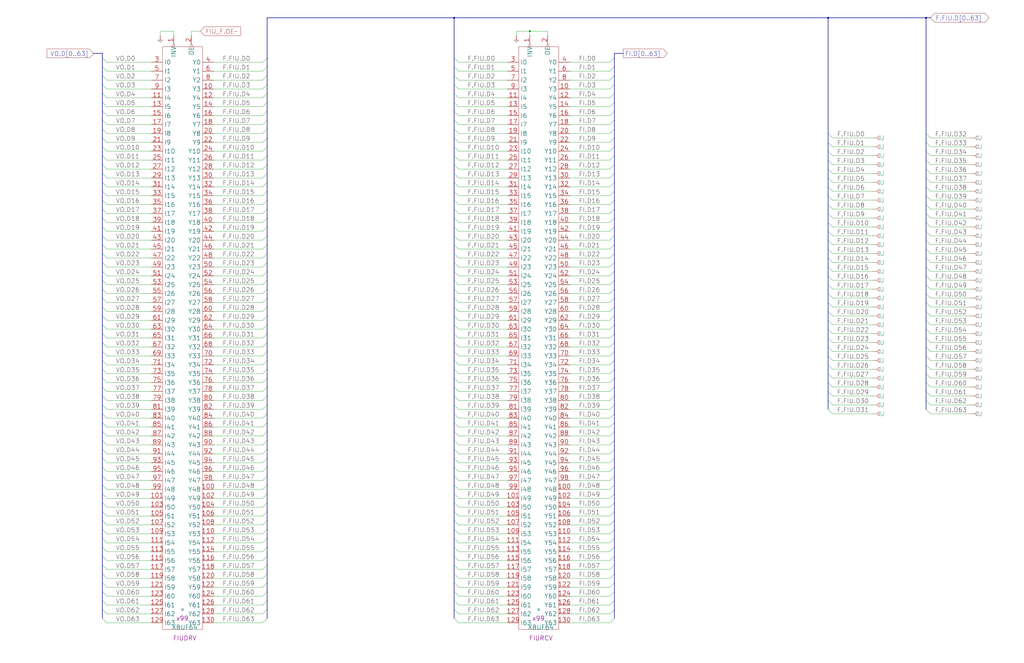
<source format=kicad_sch>
(kicad_sch (version 20220404) (generator eeschema)
  (paper "User" 584.2 378.46)
  (title_block (title "FIU BUS XCVR") (date "20-MAR-90") (rev "1.0") (comment 1 "FIU") (comment 2 "232-003065") (comment 3 "S400") (comment 4 "RELEASED"))
  (junction (at 302.26 17.78))
  (junction (at 528.32 10.16))
  (junction (at 259.08 10.16))
  (junction (at 472.44 10.16))
  (bus_entry (at 259.08 170.18) (size 2.54 2.54))
  (bus_entry (at 528.32 198.12) (size 2.54 2.54))
  (bus_entry (at 350.52 337.82) (size -2.54 2.54))
  (bus_entry (at 528.32 223.52) (size 2.54 2.54))
  (bus_entry (at 528.32 162.56) (size 2.54 2.54))
  (bus_entry (at 350.52 266.7) (size -2.54 2.54))
  (bus_entry (at 58.42 342.9) (size 2.54 2.54))
  (bus_entry (at 528.32 142.24) (size 2.54 2.54))
  (bus_entry (at 152.4 251.46) (size -2.54 2.54))
  (bus_entry (at 472.44 157.48) (size 2.54 2.54))
  (bus_entry (at 152.4 149.86) (size -2.54 2.54))
  (bus_entry (at 350.52 93.98) (size -2.54 2.54))
  (bus_entry (at 350.52 165.1) (size -2.54 2.54))
  (bus_entry (at 152.4 266.7) (size -2.54 2.54))
  (bus_entry (at 350.52 205.74) (size -2.54 2.54))
  (bus_entry (at 152.4 58.42) (size -2.54 2.54))
  (bus_entry (at 472.44 198.12) (size 2.54 2.54))
  (bus_entry (at 152.4 175.26) (size -2.54 2.54))
  (bus_entry (at 472.44 167.64) (size 2.54 2.54))
  (bus_entry (at 259.08 317.5) (size 2.54 2.54))
  (bus_entry (at 350.52 322.58) (size -2.54 2.54))
  (bus_entry (at 152.4 119.38) (size -2.54 2.54))
  (bus_entry (at 152.4 195.58) (size -2.54 2.54))
  (bus_entry (at 58.42 236.22) (size 2.54 2.54))
  (bus_entry (at 259.08 114.3) (size 2.54 2.54))
  (bus_entry (at 350.52 175.26) (size -2.54 2.54))
  (bus_entry (at 472.44 121.92) (size 2.54 2.54))
  (bus_entry (at 528.32 182.88) (size 2.54 2.54))
  (bus_entry (at 58.42 287.02) (size 2.54 2.54))
  (bus_entry (at 350.52 256.54) (size -2.54 2.54))
  (bus_entry (at 259.08 124.46) (size 2.54 2.54))
  (bus_entry (at 58.42 302.26) (size 2.54 2.54))
  (bus_entry (at 350.52 180.34) (size -2.54 2.54))
  (bus_entry (at 152.4 337.82) (size -2.54 2.54))
  (bus_entry (at 58.42 139.7) (size 2.54 2.54))
  (bus_entry (at 58.42 246.38) (size 2.54 2.54))
  (bus_entry (at 528.32 167.64) (size 2.54 2.54))
  (bus_entry (at 259.08 332.74) (size 2.54 2.54))
  (bus_entry (at 350.52 33.02) (size -2.54 2.54))
  (bus_entry (at 152.4 220.98) (size -2.54 2.54))
  (bus_entry (at 350.52 347.98) (size -2.54 2.54))
  (bus_entry (at 58.42 231.14) (size 2.54 2.54))
  (bus_entry (at 350.52 195.58) (size -2.54 2.54))
  (bus_entry (at 350.52 78.74) (size -2.54 2.54))
  (bus_entry (at 350.52 190.5) (size -2.54 2.54))
  (bus_entry (at 259.08 220.98) (size 2.54 2.54))
  (bus_entry (at 528.32 96.52) (size 2.54 2.54))
  (bus_entry (at 528.32 228.6) (size 2.54 2.54))
  (bus_entry (at 350.52 114.3) (size -2.54 2.54))
  (bus_entry (at 152.4 312.42) (size -2.54 2.54))
  (bus_entry (at 259.08 129.54) (size 2.54 2.54))
  (bus_entry (at 152.4 185.42) (size -2.54 2.54))
  (bus_entry (at 58.42 241.3) (size 2.54 2.54))
  (bus_entry (at 152.4 271.78) (size -2.54 2.54))
  (bus_entry (at 528.32 152.4) (size 2.54 2.54))
  (bus_entry (at 58.42 165.1) (size 2.54 2.54))
  (bus_entry (at 58.42 124.46) (size 2.54 2.54))
  (bus_entry (at 58.42 332.74) (size 2.54 2.54))
  (bus_entry (at 472.44 147.32) (size 2.54 2.54))
  (bus_entry (at 58.42 327.66) (size 2.54 2.54))
  (bus_entry (at 259.08 241.3) (size 2.54 2.54))
  (bus_entry (at 528.32 157.48) (size 2.54 2.54))
  (bus_entry (at 259.08 231.14) (size 2.54 2.54))
  (bus_entry (at 58.42 63.5) (size 2.54 2.54))
  (bus_entry (at 350.52 104.14) (size -2.54 2.54))
  (bus_entry (at 350.52 297.18) (size -2.54 2.54))
  (bus_entry (at 58.42 337.82) (size 2.54 2.54))
  (bus_entry (at 259.08 104.14) (size 2.54 2.54))
  (bus_entry (at 259.08 58.42) (size 2.54 2.54))
  (bus_entry (at 472.44 76.2) (size 2.54 2.54))
  (bus_entry (at 152.4 241.3) (size -2.54 2.54))
  (bus_entry (at 152.4 139.7) (size -2.54 2.54))
  (bus_entry (at 472.44 106.68) (size 2.54 2.54))
  (bus_entry (at 350.52 109.22) (size -2.54 2.54))
  (bus_entry (at 528.32 127) (size 2.54 2.54))
  (bus_entry (at 259.08 99.06) (size 2.54 2.54))
  (bus_entry (at 472.44 127) (size 2.54 2.54))
  (bus_entry (at 259.08 144.78) (size 2.54 2.54))
  (bus_entry (at 152.4 68.58) (size -2.54 2.54))
  (bus_entry (at 472.44 137.16) (size 2.54 2.54))
  (bus_entry (at 350.52 53.34) (size -2.54 2.54))
  (bus_entry (at 350.52 119.38) (size -2.54 2.54))
  (bus_entry (at 350.52 302.26) (size -2.54 2.54))
  (bus_entry (at 58.42 83.82) (size 2.54 2.54))
  (bus_entry (at 259.08 312.42) (size 2.54 2.54))
  (bus_entry (at 528.32 203.2) (size 2.54 2.54))
  (bus_entry (at 152.4 154.94) (size -2.54 2.54))
  (bus_entry (at 528.32 111.76) (size 2.54 2.54))
  (bus_entry (at 152.4 236.22) (size -2.54 2.54))
  (bus_entry (at 350.52 220.98) (size -2.54 2.54))
  (bus_entry (at 528.32 187.96) (size 2.54 2.54))
  (bus_entry (at 259.08 33.02) (size 2.54 2.54))
  (bus_entry (at 528.32 208.28) (size 2.54 2.54))
  (bus_entry (at 152.4 78.74) (size -2.54 2.54))
  (bus_entry (at 528.32 147.32) (size 2.54 2.54))
  (bus_entry (at 259.08 53.34) (size 2.54 2.54))
  (bus_entry (at 350.52 246.38) (size -2.54 2.54))
  (bus_entry (at 259.08 337.82) (size 2.54 2.54))
  (bus_entry (at 259.08 347.98) (size 2.54 2.54))
  (bus_entry (at 350.52 144.78) (size -2.54 2.54))
  (bus_entry (at 472.44 172.72) (size 2.54 2.54))
  (bus_entry (at 58.42 215.9) (size 2.54 2.54))
  (bus_entry (at 259.08 256.54) (size 2.54 2.54))
  (bus_entry (at 472.44 203.2) (size 2.54 2.54))
  (bus_entry (at 58.42 180.34) (size 2.54 2.54))
  (bus_entry (at 152.4 317.5) (size -2.54 2.54))
  (bus_entry (at 259.08 236.22) (size 2.54 2.54))
  (bus_entry (at 259.08 190.5) (size 2.54 2.54))
  (bus_entry (at 259.08 149.86) (size 2.54 2.54))
  (bus_entry (at 152.4 33.02) (size -2.54 2.54))
  (bus_entry (at 58.42 43.18) (size 2.54 2.54))
  (bus_entry (at 350.52 261.62) (size -2.54 2.54))
  (bus_entry (at 152.4 53.34) (size -2.54 2.54))
  (bus_entry (at 152.4 302.26) (size -2.54 2.54))
  (bus_entry (at 259.08 185.42) (size 2.54 2.54))
  (bus_entry (at 152.4 246.38) (size -2.54 2.54))
  (bus_entry (at 350.52 271.78) (size -2.54 2.54))
  (bus_entry (at 350.52 281.94) (size -2.54 2.54))
  (bus_entry (at 152.4 170.18) (size -2.54 2.54))
  (bus_entry (at 152.4 261.62) (size -2.54 2.54))
  (bus_entry (at 152.4 38.1) (size -2.54 2.54))
  (bus_entry (at 528.32 106.68) (size 2.54 2.54))
  (bus_entry (at 58.42 195.58) (size 2.54 2.54))
  (bus_entry (at 58.42 129.54) (size 2.54 2.54))
  (bus_entry (at 58.42 281.94) (size 2.54 2.54))
  (bus_entry (at 259.08 38.1) (size 2.54 2.54))
  (bus_entry (at 259.08 175.26) (size 2.54 2.54))
  (bus_entry (at 58.42 48.26) (size 2.54 2.54))
  (bus_entry (at 58.42 33.02) (size 2.54 2.54))
  (bus_entry (at 58.42 271.78) (size 2.54 2.54))
  (bus_entry (at 259.08 68.58) (size 2.54 2.54))
  (bus_entry (at 528.32 137.16) (size 2.54 2.54))
  (bus_entry (at 259.08 342.9) (size 2.54 2.54))
  (bus_entry (at 472.44 223.52) (size 2.54 2.54))
  (bus_entry (at 58.42 109.22) (size 2.54 2.54))
  (bus_entry (at 152.4 165.1) (size -2.54 2.54))
  (bus_entry (at 259.08 281.94) (size 2.54 2.54))
  (bus_entry (at 472.44 193.04) (size 2.54 2.54))
  (bus_entry (at 152.4 134.62) (size -2.54 2.54))
  (bus_entry (at 350.52 231.14) (size -2.54 2.54))
  (bus_entry (at 259.08 261.62) (size 2.54 2.54))
  (bus_entry (at 528.32 193.04) (size 2.54 2.54))
  (bus_entry (at 350.52 170.18) (size -2.54 2.54))
  (bus_entry (at 350.52 307.34) (size -2.54 2.54))
  (bus_entry (at 259.08 307.34) (size 2.54 2.54))
  (bus_entry (at 350.52 342.9) (size -2.54 2.54))
  (bus_entry (at 528.32 81.28) (size 2.54 2.54))
  (bus_entry (at 259.08 246.38) (size 2.54 2.54))
  (bus_entry (at 259.08 88.9) (size 2.54 2.54))
  (bus_entry (at 350.52 353.06) (size -2.54 2.54))
  (bus_entry (at 152.4 322.58) (size -2.54 2.54))
  (bus_entry (at 58.42 200.66) (size 2.54 2.54))
  (bus_entry (at 152.4 281.94) (size -2.54 2.54))
  (bus_entry (at 58.42 134.62) (size 2.54 2.54))
  (bus_entry (at 152.4 332.74) (size -2.54 2.54))
  (bus_entry (at 472.44 116.84) (size 2.54 2.54))
  (bus_entry (at 152.4 327.66) (size -2.54 2.54))
  (bus_entry (at 259.08 109.22) (size 2.54 2.54))
  (bus_entry (at 472.44 142.24) (size 2.54 2.54))
  (bus_entry (at 259.08 292.1) (size 2.54 2.54))
  (bus_entry (at 528.32 177.8) (size 2.54 2.54))
  (bus_entry (at 152.4 109.22) (size -2.54 2.54))
  (bus_entry (at 152.4 231.14) (size -2.54 2.54))
  (bus_entry (at 58.42 104.14) (size 2.54 2.54))
  (bus_entry (at 350.52 63.5) (size -2.54 2.54))
  (bus_entry (at 350.52 83.82) (size -2.54 2.54))
  (bus_entry (at 58.42 53.34) (size 2.54 2.54))
  (bus_entry (at 350.52 134.62) (size -2.54 2.54))
  (bus_entry (at 350.52 73.66) (size -2.54 2.54))
  (bus_entry (at 528.32 116.84) (size 2.54 2.54))
  (bus_entry (at 472.44 91.44) (size 2.54 2.54))
  (bus_entry (at 259.08 200.66) (size 2.54 2.54))
  (bus_entry (at 259.08 43.18) (size 2.54 2.54))
  (bus_entry (at 350.52 200.66) (size -2.54 2.54))
  (bus_entry (at 58.42 317.5) (size 2.54 2.54))
  (bus_entry (at 152.4 104.14) (size -2.54 2.54))
  (bus_entry (at 350.52 251.46) (size -2.54 2.54))
  (bus_entry (at 58.42 312.42) (size 2.54 2.54))
  (bus_entry (at 259.08 215.9) (size 2.54 2.54))
  (bus_entry (at 259.08 266.7) (size 2.54 2.54))
  (bus_entry (at 259.08 327.66) (size 2.54 2.54))
  (bus_entry (at 472.44 177.8) (size 2.54 2.54))
  (bus_entry (at 259.08 134.62) (size 2.54 2.54))
  (bus_entry (at 58.42 73.66) (size 2.54 2.54))
  (bus_entry (at 528.32 213.36) (size 2.54 2.54))
  (bus_entry (at 152.4 144.78) (size -2.54 2.54))
  (bus_entry (at 528.32 91.44) (size 2.54 2.54))
  (bus_entry (at 350.52 48.26) (size -2.54 2.54))
  (bus_entry (at 259.08 139.7) (size 2.54 2.54))
  (bus_entry (at 58.42 99.06) (size 2.54 2.54))
  (bus_entry (at 259.08 73.66) (size 2.54 2.54))
  (bus_entry (at 58.42 266.7) (size 2.54 2.54))
  (bus_entry (at 58.42 276.86) (size 2.54 2.54))
  (bus_entry (at 152.4 48.26) (size -2.54 2.54))
  (bus_entry (at 152.4 124.46) (size -2.54 2.54))
  (bus_entry (at 472.44 187.96) (size 2.54 2.54))
  (bus_entry (at 58.42 190.5) (size 2.54 2.54))
  (bus_entry (at 350.52 236.22) (size -2.54 2.54))
  (bus_entry (at 58.42 353.06) (size 2.54 2.54))
  (bus_entry (at 58.42 114.3) (size 2.54 2.54))
  (bus_entry (at 58.42 144.78) (size 2.54 2.54))
  (bus_entry (at 259.08 165.1) (size 2.54 2.54))
  (bus_entry (at 152.4 180.34) (size -2.54 2.54))
  (bus_entry (at 528.32 121.92) (size 2.54 2.54))
  (bus_entry (at 152.4 88.9) (size -2.54 2.54))
  (bus_entry (at 152.4 99.06) (size -2.54 2.54))
  (bus_entry (at 528.32 218.44) (size 2.54 2.54))
  (bus_entry (at 152.4 276.86) (size -2.54 2.54))
  (bus_entry (at 259.08 160.02) (size 2.54 2.54))
  (bus_entry (at 259.08 119.38) (size 2.54 2.54))
  (bus_entry (at 152.4 307.34) (size -2.54 2.54))
  (bus_entry (at 58.42 256.54) (size 2.54 2.54))
  (bus_entry (at 58.42 78.74) (size 2.54 2.54))
  (bus_entry (at 152.4 114.3) (size -2.54 2.54))
  (bus_entry (at 152.4 43.18) (size -2.54 2.54))
  (bus_entry (at 472.44 111.76) (size 2.54 2.54))
  (bus_entry (at 472.44 208.28) (size 2.54 2.54))
  (bus_entry (at 152.4 200.66) (size -2.54 2.54))
  (bus_entry (at 152.4 210.82) (size -2.54 2.54))
  (bus_entry (at 259.08 180.34) (size 2.54 2.54))
  (bus_entry (at 259.08 287.02) (size 2.54 2.54))
  (bus_entry (at 528.32 132.08) (size 2.54 2.54))
  (bus_entry (at 152.4 93.98) (size -2.54 2.54))
  (bus_entry (at 152.4 287.02) (size -2.54 2.54))
  (bus_entry (at 58.42 170.18) (size 2.54 2.54))
  (bus_entry (at 152.4 190.5) (size -2.54 2.54))
  (bus_entry (at 472.44 152.4) (size 2.54 2.54))
  (bus_entry (at 259.08 276.86) (size 2.54 2.54))
  (bus_entry (at 58.42 322.58) (size 2.54 2.54))
  (bus_entry (at 58.42 297.18) (size 2.54 2.54))
  (bus_entry (at 152.4 63.5) (size -2.54 2.54))
  (bus_entry (at 350.52 287.02) (size -2.54 2.54))
  (bus_entry (at 259.08 205.74) (size 2.54 2.54))
  (bus_entry (at 350.52 241.3) (size -2.54 2.54))
  (bus_entry (at 58.42 58.42) (size 2.54 2.54))
  (bus_entry (at 472.44 233.68) (size 2.54 2.54))
  (bus_entry (at 259.08 251.46) (size 2.54 2.54))
  (bus_entry (at 350.52 43.18) (size -2.54 2.54))
  (bus_entry (at 58.42 38.1) (size 2.54 2.54))
  (bus_entry (at 472.44 182.88) (size 2.54 2.54))
  (bus_entry (at 350.52 210.82) (size -2.54 2.54))
  (bus_entry (at 259.08 302.26) (size 2.54 2.54))
  (bus_entry (at 350.52 215.9) (size -2.54 2.54))
  (bus_entry (at 472.44 132.08) (size 2.54 2.54))
  (bus_entry (at 58.42 220.98) (size 2.54 2.54))
  (bus_entry (at 58.42 160.02) (size 2.54 2.54))
  (bus_entry (at 528.32 233.68) (size 2.54 2.54))
  (bus_entry (at 152.4 226.06) (size -2.54 2.54))
  (bus_entry (at 528.32 86.36) (size 2.54 2.54))
  (bus_entry (at 259.08 210.82) (size 2.54 2.54))
  (bus_entry (at 472.44 213.36) (size 2.54 2.54))
  (bus_entry (at 58.42 226.06) (size 2.54 2.54))
  (bus_entry (at 58.42 210.82) (size 2.54 2.54))
  (bus_entry (at 152.4 347.98) (size -2.54 2.54))
  (bus_entry (at 350.52 332.74) (size -2.54 2.54))
  (bus_entry (at 152.4 292.1) (size -2.54 2.54))
  (bus_entry (at 350.52 68.58) (size -2.54 2.54))
  (bus_entry (at 58.42 149.86) (size 2.54 2.54))
  (bus_entry (at 58.42 307.34) (size 2.54 2.54))
  (bus_entry (at 350.52 317.5) (size -2.54 2.54))
  (bus_entry (at 152.4 73.66) (size -2.54 2.54))
  (bus_entry (at 350.52 129.54) (size -2.54 2.54))
  (bus_entry (at 350.52 99.06) (size -2.54 2.54))
  (bus_entry (at 58.42 205.74) (size 2.54 2.54))
  (bus_entry (at 152.4 83.82) (size -2.54 2.54))
  (bus_entry (at 58.42 68.58) (size 2.54 2.54))
  (bus_entry (at 152.4 129.54) (size -2.54 2.54))
  (bus_entry (at 259.08 353.06) (size 2.54 2.54))
  (bus_entry (at 350.52 292.1) (size -2.54 2.54))
  (bus_entry (at 472.44 162.56) (size 2.54 2.54))
  (bus_entry (at 528.32 76.2) (size 2.54 2.54))
  (bus_entry (at 58.42 154.94) (size 2.54 2.54))
  (bus_entry (at 259.08 93.98) (size 2.54 2.54))
  (bus_entry (at 350.52 124.46) (size -2.54 2.54))
  (bus_entry (at 350.52 154.94) (size -2.54 2.54))
  (bus_entry (at 259.08 154.94) (size 2.54 2.54))
  (bus_entry (at 259.08 63.5) (size 2.54 2.54))
  (bus_entry (at 58.42 88.9) (size 2.54 2.54))
  (bus_entry (at 58.42 261.62) (size 2.54 2.54))
  (bus_entry (at 350.52 276.86) (size -2.54 2.54))
  (bus_entry (at 350.52 160.02) (size -2.54 2.54))
  (bus_entry (at 58.42 251.46) (size 2.54 2.54))
  (bus_entry (at 259.08 271.78) (size 2.54 2.54))
  (bus_entry (at 259.08 322.58) (size 2.54 2.54))
  (bus_entry (at 528.32 172.72) (size 2.54 2.54))
  (bus_entry (at 58.42 93.98) (size 2.54 2.54))
  (bus_entry (at 472.44 96.52) (size 2.54 2.54))
  (bus_entry (at 472.44 86.36) (size 2.54 2.54))
  (bus_entry (at 350.52 327.66) (size -2.54 2.54))
  (bus_entry (at 472.44 101.6) (size 2.54 2.54))
  (bus_entry (at 259.08 297.18) (size 2.54 2.54))
  (bus_entry (at 58.42 347.98) (size 2.54 2.54))
  (bus_entry (at 350.52 149.86) (size -2.54 2.54))
  (bus_entry (at 152.4 256.54) (size -2.54 2.54))
  (bus_entry (at 259.08 226.06) (size 2.54 2.54))
  (bus_entry (at 350.52 139.7) (size -2.54 2.54))
  (bus_entry (at 528.32 101.6) (size 2.54 2.54))
  (bus_entry (at 472.44 228.6) (size 2.54 2.54))
  (bus_entry (at 350.52 185.42) (size -2.54 2.54))
  (bus_entry (at 259.08 195.58) (size 2.54 2.54))
  (bus_entry (at 58.42 185.42) (size 2.54 2.54))
  (bus_entry (at 152.4 297.18) (size -2.54 2.54))
  (bus_entry (at 58.42 119.38) (size 2.54 2.54))
  (bus_entry (at 152.4 215.9) (size -2.54 2.54))
  (bus_entry (at 152.4 160.02) (size -2.54 2.54))
  (bus_entry (at 152.4 353.06) (size -2.54 2.54))
  (bus_entry (at 259.08 78.74) (size 2.54 2.54))
  (bus_entry (at 259.08 48.26) (size 2.54 2.54))
  (bus_entry (at 58.42 292.1) (size 2.54 2.54))
  (bus_entry (at 350.52 58.42) (size -2.54 2.54))
  (bus_entry (at 472.44 81.28) (size 2.54 2.54))
  (bus_entry (at 350.52 38.1) (size -2.54 2.54))
  (bus_entry (at 350.52 312.42) (size -2.54 2.54))
  (bus_entry (at 152.4 205.74) (size -2.54 2.54))
  (bus_entry (at 350.52 226.06) (size -2.54 2.54))
  (bus_entry (at 58.42 175.26) (size 2.54 2.54))
  (bus_entry (at 259.08 83.82) (size 2.54 2.54))
  (bus_entry (at 350.52 88.9) (size -2.54 2.54))
  (bus_entry (at 152.4 342.9) (size -2.54 2.54))
  (bus_entry (at 472.44 218.44) (size 2.54 2.54))
  (wire (pts (xy 60.96 157.48) (xy 86.36 157.48)))
  (bus (pts (xy 152.4 170.18) (xy 152.4 175.26)))
  (wire (pts (xy 325.12 289.56) (xy 347.98 289.56)))
  (bus (pts (xy 350.52 160.02) (xy 350.52 165.1)))
  (bus (pts (xy 152.4 144.78) (xy 152.4 149.86)))
  (bus (pts (xy 259.08 342.9) (xy 259.08 347.98)))
  (wire (pts (xy 530.86 88.9) (xy 553.72 88.9)))
  (bus (pts (xy 472.44 223.52) (xy 472.44 228.6)))
  (wire (pts (xy 325.12 55.88) (xy 347.98 55.88)))
  (wire (pts (xy 474.98 109.22) (xy 497.84 109.22)))
  (bus (pts (xy 259.08 33.02) (xy 259.08 38.1)))
  (wire (pts (xy 530.86 99.06) (xy 553.72 99.06)))
  (bus (pts (xy 58.42 99.06) (xy 58.42 104.14)))
  (wire (pts (xy 149.86 274.32) (xy 121.92 274.32)))
  (bus (pts (xy 350.52 347.98) (xy 350.52 353.06)))
  (wire (pts (xy 474.98 134.62) (xy 497.84 134.62)))
  (wire (pts (xy 261.62 304.8) (xy 289.56 304.8)))
  (wire (pts (xy 60.96 152.4) (xy 86.36 152.4)))
  (wire (pts (xy 60.96 55.88) (xy 86.36 55.88)))
  (wire (pts (xy 325.12 294.64) (xy 347.98 294.64)))
  (bus (pts (xy 259.08 124.46) (xy 259.08 129.54)))
  (bus (pts (xy 152.4 307.34) (xy 152.4 312.42)))
  (bus (pts (xy 152.4 165.1) (xy 152.4 170.18)))
  (bus (pts (xy 259.08 68.58) (xy 259.08 73.66)))
  (bus (pts (xy 350.52 256.54) (xy 350.52 261.62)))
  (bus (pts (xy 350.52 170.18) (xy 350.52 175.26)))
  (wire (pts (xy 60.96 269.24) (xy 86.36 269.24)))
  (wire (pts (xy 325.12 325.12) (xy 347.98 325.12)))
  (bus (pts (xy 350.52 276.86) (xy 350.52 281.94)))
  (bus (pts (xy 152.4 256.54) (xy 152.4 261.62)))
  (wire (pts (xy 149.86 111.76) (xy 121.92 111.76)))
  (wire (pts (xy 60.96 243.84) (xy 86.36 243.84)))
  (wire (pts (xy 60.96 218.44) (xy 86.36 218.44)))
  (bus (pts (xy 152.4 180.34) (xy 152.4 185.42)))
  (bus (pts (xy 350.52 63.5) (xy 350.52 68.58)))
  (wire (pts (xy 325.12 228.6) (xy 347.98 228.6)))
  (wire (pts (xy 149.86 106.68) (xy 121.92 106.68)))
  (bus (pts (xy 350.52 337.82) (xy 350.52 342.9)))
  (bus (pts (xy 472.44 213.36) (xy 472.44 218.44)))
  (wire (pts (xy 530.86 175.26) (xy 553.72 175.26)))
  (bus (pts (xy 528.32 10.16) (xy 472.44 10.16)))
  (bus (pts (xy 350.52 215.9) (xy 350.52 220.98)))
  (bus (pts (xy 259.08 246.38) (xy 259.08 251.46)))
  (bus (pts (xy 58.42 220.98) (xy 58.42 226.06)))
  (bus (pts (xy 259.08 220.98) (xy 259.08 226.06)))
  (wire (pts (xy 261.62 355.6) (xy 289.56 355.6)))
  (bus (pts (xy 152.4 190.5) (xy 152.4 195.58)))
  (bus (pts (xy 259.08 48.26) (xy 259.08 53.34)))
  (wire (pts (xy 474.98 160.02) (xy 497.84 160.02)))
  (bus (pts (xy 528.32 142.24) (xy 528.32 147.32)))
  (bus (pts (xy 350.52 327.66) (xy 350.52 332.74)))
  (wire (pts (xy 530.86 139.7) (xy 553.72 139.7)))
  (bus (pts (xy 259.08 302.26) (xy 259.08 307.34)))
  (wire (pts (xy 60.96 127) (xy 86.36 127)))
  (bus (pts (xy 472.44 142.24) (xy 472.44 147.32)))
  (bus (pts (xy 528.32 116.84) (xy 528.32 121.92)))
  (bus (pts (xy 152.4 276.86) (xy 152.4 281.94)))
  (bus (pts (xy 350.52 185.42) (xy 350.52 190.5)))
  (wire (pts (xy 474.98 180.34) (xy 497.84 180.34)))
  (bus (pts (xy 350.52 43.18) (xy 350.52 48.26)))
  (bus (pts (xy 472.44 162.56) (xy 472.44 167.64)))
  (bus (pts (xy 58.42 38.1) (xy 58.42 43.18)))
  (wire (pts (xy 261.62 147.32) (xy 289.56 147.32)))
  (wire (pts (xy 149.86 66.04) (xy 121.92 66.04)))
  (bus (pts (xy 58.42 165.1) (xy 58.42 170.18)))
  (bus (pts (xy 528.32 137.16) (xy 528.32 142.24)))
  (bus (pts (xy 152.4 347.98) (xy 152.4 353.06)))
  (wire (pts (xy 261.62 96.52) (xy 289.56 96.52)))
  (bus (pts (xy 152.4 175.26) (xy 152.4 180.34)))
  (bus (pts (xy 350.52 312.42) (xy 350.52 317.5)))
  (wire (pts (xy 261.62 45.72) (xy 289.56 45.72)))
  (wire (pts (xy 325.12 238.76) (xy 347.98 238.76)))
  (bus (pts (xy 152.4 124.46) (xy 152.4 129.54)))
  (wire (pts (xy 60.96 66.04) (xy 86.36 66.04)))
  (bus (pts (xy 350.52 241.3) (xy 350.52 246.38)))
  (wire (pts (xy 149.86 76.2) (xy 121.92 76.2)))
  (wire (pts (xy 325.12 147.32) (xy 347.98 147.32)))
  (bus (pts (xy 259.08 129.54) (xy 259.08 134.62)))
  (wire (pts (xy 325.12 259.08) (xy 347.98 259.08)))
  (bus (pts (xy 58.42 342.9) (xy 58.42 347.98)))
  (wire (pts (xy 261.62 193.04) (xy 289.56 193.04)))
  (bus (pts (xy 259.08 200.66) (xy 259.08 205.74)))
  (wire (pts (xy 149.86 132.08) (xy 121.92 132.08)))
  (wire (pts (xy 261.62 294.64) (xy 289.56 294.64)))
  (bus (pts (xy 528.32 86.36) (xy 528.32 91.44)))
  (bus (pts (xy 152.4 236.22) (xy 152.4 241.3)))
  (bus (pts (xy 472.44 132.08) (xy 472.44 137.16)))
  (bus (pts (xy 58.42 190.5) (xy 58.42 195.58)))
  (wire (pts (xy 149.86 81.28) (xy 121.92 81.28)))
  (wire (pts (xy 60.96 208.28) (xy 86.36 208.28)))
  (wire (pts (xy 325.12 111.76) (xy 347.98 111.76)))
  (bus (pts (xy 58.42 48.26) (xy 58.42 53.34)))
  (wire (pts (xy 325.12 248.92) (xy 347.98 248.92)))
  (wire (pts (xy 149.86 218.44) (xy 121.92 218.44)))
  (wire (pts (xy 149.86 314.96) (xy 121.92 314.96)))
  (bus (pts (xy 350.52 114.3) (xy 350.52 119.38)))
  (wire (pts (xy 60.96 193.04) (xy 86.36 193.04)))
  (bus (pts (xy 259.08 322.58) (xy 259.08 327.66)))
  (bus (pts (xy 152.4 271.78) (xy 152.4 276.86)))
  (wire (pts (xy 325.12 40.64) (xy 347.98 40.64)))
  (wire (pts (xy 60.96 142.24) (xy 86.36 142.24)))
  (bus (pts (xy 472.44 116.84) (xy 472.44 121.92)))
  (bus (pts (xy 152.4 83.82) (xy 152.4 88.9)))
  (wire (pts (xy 325.12 142.24) (xy 347.98 142.24)))
  (bus (pts (xy 528.32 198.12) (xy 528.32 203.2)))
  (wire (pts (xy 474.98 220.98) (xy 497.84 220.98)))
  (wire (pts (xy 530.86 200.66) (xy 553.72 200.66)))
  (bus (pts (xy 350.52 231.14) (xy 350.52 236.22)))
  (bus (pts (xy 350.52 307.34) (xy 350.52 312.42)))
  (wire (pts (xy 474.98 190.5) (xy 497.84 190.5)))
  (wire (pts (xy 325.12 340.36) (xy 347.98 340.36)))
  (bus (pts (xy 152.4 246.38) (xy 152.4 251.46)))
  (wire (pts (xy 261.62 71.12) (xy 289.56 71.12)))
  (wire (pts (xy 149.86 40.64) (xy 121.92 40.64)))
  (bus (pts (xy 472.44 81.28) (xy 472.44 86.36)))
  (bus (pts (xy 472.44 182.88) (xy 472.44 187.96)))
  (bus (pts (xy 350.52 93.98) (xy 350.52 99.06)))
  (wire (pts (xy 91.44 20.32) (xy 91.44 17.78)))
  (bus (pts (xy 528.32 187.96) (xy 528.32 193.04)))
  (wire (pts (xy 261.62 86.36) (xy 289.56 86.36)))
  (wire (pts (xy 325.12 132.08) (xy 347.98 132.08)))
  (wire (pts (xy 530.86 104.14) (xy 553.72 104.14)))
  (bus (pts (xy 152.4 139.7) (xy 152.4 144.78)))
  (wire (pts (xy 60.96 314.96) (xy 86.36 314.96)))
  (wire (pts (xy 474.98 154.94) (xy 497.84 154.94)))
  (wire (pts (xy 60.96 248.92) (xy 86.36 248.92)))
  (wire (pts (xy 325.12 320.04) (xy 347.98 320.04)))
  (wire (pts (xy 325.12 213.36) (xy 347.98 213.36)))
  (bus (pts (xy 152.4 68.58) (xy 152.4 73.66)))
  (wire (pts (xy 261.62 35.56) (xy 289.56 35.56)))
  (bus (pts (xy 152.4 317.5) (xy 152.4 322.58)))
  (bus (pts (xy 259.08 190.5) (xy 259.08 195.58)))
  (bus (pts (xy 58.42 266.7) (xy 58.42 271.78)))
  (bus (pts (xy 152.4 48.26) (xy 152.4 53.34)))
  (wire (pts (xy 530.86 144.78) (xy 553.72 144.78)))
  (bus (pts (xy 58.42 30.48) (xy 58.42 33.02)))
  (wire (pts (xy 149.86 350.52) (xy 121.92 350.52)))
  (wire (pts (xy 325.12 274.32) (xy 347.98 274.32)))
  (wire (pts (xy 325.12 152.4) (xy 347.98 152.4)))
  (bus (pts (xy 528.32 81.28) (xy 528.32 86.36)))
  (bus (pts (xy 58.42 129.54) (xy 58.42 134.62)))
  (bus (pts (xy 58.42 317.5) (xy 58.42 322.58)))
  (wire (pts (xy 530.86 78.74) (xy 553.72 78.74)))
  (bus (pts (xy 472.44 152.4) (xy 472.44 157.48)))
  (wire (pts (xy 149.86 304.8) (xy 121.92 304.8)))
  (bus (pts (xy 152.4 200.66) (xy 152.4 205.74)))
  (wire (pts (xy 261.62 340.36) (xy 289.56 340.36)))
  (wire (pts (xy 149.86 116.84) (xy 121.92 116.84)))
  (bus (pts (xy 472.44 96.52) (xy 472.44 101.6)))
  (bus (pts (xy 350.52 68.58) (xy 350.52 73.66)))
  (wire (pts (xy 261.62 177.8) (xy 289.56 177.8)))
  (bus (pts (xy 58.42 312.42) (xy 58.42 317.5)))
  (wire (pts (xy 149.86 121.92) (xy 121.92 121.92)))
  (bus (pts (xy 528.32 203.2) (xy 528.32 208.28)))
  (wire (pts (xy 325.12 345.44) (xy 347.98 345.44)))
  (wire (pts (xy 149.86 238.76) (xy 121.92 238.76)))
  (bus (pts (xy 58.42 53.34) (xy 58.42 58.42)))
  (wire (pts (xy 60.96 40.64) (xy 86.36 40.64)))
  (bus (pts (xy 350.52 124.46) (xy 350.52 129.54)))
  (bus (pts (xy 350.52 129.54) (xy 350.52 134.62)))
  (wire (pts (xy 149.86 208.28) (xy 121.92 208.28)))
  (wire (pts (xy 149.86 279.4) (xy 121.92 279.4)))
  (bus (pts (xy 350.52 73.66) (xy 350.52 78.74)))
  (wire (pts (xy 261.62 50.8) (xy 289.56 50.8)))
  (bus (pts (xy 259.08 251.46) (xy 259.08 256.54)))
  (bus (pts (xy 472.44 172.72) (xy 472.44 177.8)))
  (bus (pts (xy 58.42 124.46) (xy 58.42 129.54)))
  (bus (pts (xy 259.08 317.5) (xy 259.08 322.58)))
  (wire (pts (xy 60.96 121.92) (xy 86.36 121.92)))
  (bus (pts (xy 152.4 93.98) (xy 152.4 99.06)))
  (wire (pts (xy 325.12 106.68) (xy 347.98 106.68)))
  (bus (pts (xy 472.44 106.68) (xy 472.44 111.76)))
  (bus (pts (xy 472.44 187.96) (xy 472.44 193.04)))
  (bus (pts (xy 58.42 347.98) (xy 58.42 353.06)))
  (bus (pts (xy 472.44 203.2) (xy 472.44 208.28)))
  (wire (pts (xy 261.62 238.76) (xy 289.56 238.76)))
  (bus (pts (xy 528.32 162.56) (xy 528.32 167.64)))
  (wire (pts (xy 325.12 304.8) (xy 347.98 304.8)))
  (wire (pts (xy 325.12 203.2) (xy 347.98 203.2)))
  (bus (pts (xy 350.52 175.26) (xy 350.52 180.34)))
  (wire (pts (xy 60.96 177.8) (xy 86.36 177.8)))
  (bus (pts (xy 528.32 228.6) (xy 528.32 233.68)))
  (wire (pts (xy 325.12 218.44) (xy 347.98 218.44)))
  (bus (pts (xy 152.4 154.94) (xy 152.4 160.02)))
  (wire (pts (xy 261.62 208.28) (xy 289.56 208.28)))
  (bus (pts (xy 152.4 114.3) (xy 152.4 119.38)))
  (bus (pts (xy 152.4 312.42) (xy 152.4 317.5)))
  (bus (pts (xy 152.4 99.06) (xy 152.4 104.14)))
  (bus (pts (xy 528.32 96.52) (xy 528.32 101.6)))
  (bus (pts (xy 350.52 297.18) (xy 350.52 302.26)))
  (wire (pts (xy 149.86 228.6) (xy 121.92 228.6)))
  (wire (pts (xy 261.62 106.68) (xy 289.56 106.68)))
  (wire (pts (xy 149.86 137.16) (xy 121.92 137.16)))
  (bus (pts (xy 259.08 256.54) (xy 259.08 261.62)))
  (bus (pts (xy 259.08 185.42) (xy 259.08 190.5)))
  (bus (pts (xy 259.08 58.42) (xy 259.08 63.5)))
  (wire (pts (xy 149.86 71.12) (xy 121.92 71.12)))
  (wire (pts (xy 530.86 205.74) (xy 553.72 205.74)))
  (wire (pts (xy 261.62 132.08) (xy 289.56 132.08)))
  (wire (pts (xy 325.12 76.2) (xy 347.98 76.2)))
  (wire (pts (xy 149.86 254) (xy 121.92 254)))
  (bus (pts (xy 259.08 78.74) (xy 259.08 83.82)))
  (bus (pts (xy 259.08 297.18) (xy 259.08 302.26)))
  (bus (pts (xy 152.4 215.9) (xy 152.4 220.98)))
  (bus (pts (xy 58.42 322.58) (xy 58.42 327.66)))
  (wire (pts (xy 530.86 149.86) (xy 553.72 149.86)))
  (wire (pts (xy 149.86 60.96) (xy 121.92 60.96)))
  (wire (pts (xy 60.96 137.16) (xy 86.36 137.16)))
  (wire (pts (xy 60.96 198.12) (xy 86.36 198.12)))
  (wire (pts (xy 261.62 274.32) (xy 289.56 274.32)))
  (wire (pts (xy 302.26 17.78) (xy 302.26 20.32)))
  (bus (pts (xy 528.32 147.32) (xy 528.32 152.4)))
  (wire (pts (xy 149.86 294.64) (xy 121.92 294.64)))
  (wire (pts (xy 474.98 215.9) (xy 497.84 215.9)))
  (wire (pts (xy 261.62 254) (xy 289.56 254)))
  (wire (pts (xy 261.62 167.64) (xy 289.56 167.64)))
  (bus (pts (xy 350.52 48.26) (xy 350.52 53.34)))
  (wire (pts (xy 325.12 137.16) (xy 347.98 137.16)))
  (wire (pts (xy 261.62 127) (xy 289.56 127)))
  (bus (pts (xy 528.32 121.92) (xy 528.32 127)))
  (wire (pts (xy 474.98 165.1) (xy 497.84 165.1)))
  (wire (pts (xy 261.62 309.88) (xy 289.56 309.88)))
  (bus (pts (xy 58.42 195.58) (xy 58.42 200.66)))
  (wire (pts (xy 60.96 274.32) (xy 86.36 274.32)))
  (bus (pts (xy 152.4 266.7) (xy 152.4 271.78)))
  (bus (pts (xy 58.42 246.38) (xy 58.42 251.46)))
  (wire (pts (xy 474.98 119.38) (xy 497.84 119.38)))
  (bus (pts (xy 259.08 195.58) (xy 259.08 200.66)))
  (wire (pts (xy 530.86 170.18) (xy 553.72 170.18)))
  (wire (pts (xy 325.12 284.48) (xy 347.98 284.48)))
  (bus (pts (xy 528.32 10.16) (xy 530.86 10.16)))
  (bus (pts (xy 152.4 73.66) (xy 152.4 78.74)))
  (wire (pts (xy 261.62 152.4) (xy 289.56 152.4)))
  (bus (pts (xy 350.52 236.22) (xy 350.52 241.3)))
  (wire (pts (xy 474.98 200.66) (xy 497.84 200.66)))
  (wire (pts (xy 60.96 147.32) (xy 86.36 147.32)))
  (wire (pts (xy 325.12 279.4) (xy 347.98 279.4)))
  (wire (pts (xy 149.86 330.2) (xy 121.92 330.2)))
  (wire (pts (xy 530.86 236.22) (xy 553.72 236.22)))
  (wire (pts (xy 60.96 167.64) (xy 86.36 167.64)))
  (bus (pts (xy 259.08 347.98) (xy 259.08 353.06)))
  (bus (pts (xy 58.42 215.9) (xy 58.42 220.98)))
  (bus (pts (xy 152.4 195.58) (xy 152.4 200.66)))
  (wire (pts (xy 149.86 243.84) (xy 121.92 243.84)))
  (wire (pts (xy 261.62 55.88) (xy 289.56 55.88)))
  (wire (pts (xy 60.96 116.84) (xy 86.36 116.84)))
  (bus (pts (xy 259.08 175.26) (xy 259.08 180.34)))
  (wire (pts (xy 261.62 248.92) (xy 289.56 248.92)))
  (bus (pts (xy 152.4 226.06) (xy 152.4 231.14)))
  (bus (pts (xy 528.32 106.68) (xy 528.32 111.76)))
  (bus (pts (xy 259.08 99.06) (xy 259.08 104.14)))
  (bus (pts (xy 58.42 327.66) (xy 58.42 332.74)))
  (bus (pts (xy 58.42 276.86) (xy 58.42 281.94)))
  (bus (pts (xy 58.42 205.74) (xy 58.42 210.82)))
  (bus (pts (xy 58.42 73.66) (xy 58.42 78.74)))
  (bus (pts (xy 350.52 33.02) (xy 350.52 38.1)))
  (wire (pts (xy 149.86 86.36) (xy 121.92 86.36)))
  (bus (pts (xy 528.32 182.88) (xy 528.32 187.96)))
  (wire (pts (xy 294.64 20.32) (xy 294.64 17.78)))
  (wire (pts (xy 474.98 144.78) (xy 497.84 144.78)))
  (wire (pts (xy 325.12 121.92) (xy 347.98 121.92)))
  (wire (pts (xy 149.86 127) (xy 121.92 127)))
  (wire (pts (xy 60.96 106.68) (xy 86.36 106.68)))
  (wire (pts (xy 325.12 193.04) (xy 347.98 193.04)))
  (wire (pts (xy 261.62 91.44) (xy 289.56 91.44)))
  (wire (pts (xy 60.96 96.52) (xy 86.36 96.52)))
  (bus (pts (xy 350.52 332.74) (xy 350.52 337.82)))
  (wire (pts (xy 60.96 187.96) (xy 86.36 187.96)))
  (bus (pts (xy 152.4 220.98) (xy 152.4 226.06)))
  (bus (pts (xy 152.4 10.16) (xy 259.08 10.16)))
  (wire (pts (xy 474.98 170.18) (xy 497.84 170.18)))
  (bus (pts (xy 259.08 134.62) (xy 259.08 139.7)))
  (bus (pts (xy 259.08 10.16) (xy 259.08 33.02)))
  (wire (pts (xy 60.96 254) (xy 86.36 254)))
  (bus (pts (xy 472.44 193.04) (xy 472.44 198.12)))
  (wire (pts (xy 530.86 114.3) (xy 553.72 114.3)))
  (bus (pts (xy 350.52 109.22) (xy 350.52 114.3)))
  (bus (pts (xy 350.52 220.98) (xy 350.52 226.06)))
  (bus (pts (xy 528.32 167.64) (xy 528.32 172.72)))
  (bus (pts (xy 528.32 213.36) (xy 528.32 218.44)))
  (wire (pts (xy 530.86 195.58) (xy 553.72 195.58)))
  (bus (pts (xy 152.4 53.34) (xy 152.4 58.42)))
  (bus (pts (xy 259.08 215.9) (xy 259.08 220.98)))
  (bus (pts (xy 472.44 208.28) (xy 472.44 213.36)))
  (wire (pts (xy 474.98 99.06) (xy 497.84 99.06)))
  (bus (pts (xy 350.52 83.82) (xy 350.52 88.9)))
  (bus (pts (xy 58.42 114.3) (xy 58.42 119.38)))
  (bus (pts (xy 152.4 327.66) (xy 152.4 332.74)))
  (wire (pts (xy 261.62 187.96) (xy 289.56 187.96)))
  (bus (pts (xy 350.52 149.86) (xy 350.52 154.94)))
  (wire (pts (xy 530.86 129.54) (xy 553.72 129.54)))
  (bus (pts (xy 58.42 154.94) (xy 58.42 160.02)))
  (bus (pts (xy 58.42 160.02) (xy 58.42 165.1)))
  (bus (pts (xy 259.08 327.66) (xy 259.08 332.74)))
  (wire (pts (xy 325.12 101.6) (xy 347.98 101.6)))
  (wire (pts (xy 60.96 340.36) (xy 86.36 340.36)))
  (wire (pts (xy 312.42 17.78) (xy 312.42 20.32)))
  (bus (pts (xy 58.42 256.54) (xy 58.42 261.62)))
  (wire (pts (xy 261.62 259.08) (xy 289.56 259.08)))
  (bus (pts (xy 350.52 119.38) (xy 350.52 124.46)))
  (wire (pts (xy 60.96 325.12) (xy 86.36 325.12)))
  (wire (pts (xy 149.86 167.64) (xy 121.92 167.64)))
  (bus (pts (xy 528.32 91.44) (xy 528.32 96.52)))
  (bus (pts (xy 350.52 78.74) (xy 350.52 83.82)))
  (bus (pts (xy 58.42 109.22) (xy 58.42 114.3)))
  (bus (pts (xy 259.08 261.62) (xy 259.08 266.7)))
  (bus (pts (xy 152.4 129.54) (xy 152.4 134.62)))
  (bus (pts (xy 472.44 101.6) (xy 472.44 106.68)))
  (bus (pts (xy 350.52 200.66) (xy 350.52 205.74)))
  (bus (pts (xy 528.32 101.6) (xy 528.32 106.68)))
  (wire (pts (xy 325.12 187.96) (xy 347.98 187.96)))
  (wire (pts (xy 149.86 198.12) (xy 121.92 198.12)))
  (bus (pts (xy 528.32 172.72) (xy 528.32 177.8)))
  (wire (pts (xy 149.86 325.12) (xy 121.92 325.12)))
  (wire (pts (xy 325.12 350.52) (xy 347.98 350.52)))
  (bus (pts (xy 152.4 104.14) (xy 152.4 109.22)))
  (bus (pts (xy 350.52 292.1) (xy 350.52 297.18)))
  (bus (pts (xy 259.08 276.86) (xy 259.08 281.94)))
  (wire (pts (xy 149.86 182.88) (xy 121.92 182.88)))
  (wire (pts (xy 325.12 116.84) (xy 347.98 116.84)))
  (bus (pts (xy 259.08 83.82) (xy 259.08 88.9)))
  (wire (pts (xy 474.98 226.06) (xy 497.84 226.06)))
  (wire (pts (xy 474.98 83.82) (xy 497.84 83.82)))
  (wire (pts (xy 261.62 198.12) (xy 289.56 198.12)))
  (bus (pts (xy 528.32 223.52) (xy 528.32 228.6)))
  (wire (pts (xy 325.12 254) (xy 347.98 254)))
  (wire (pts (xy 261.62 116.84) (xy 289.56 116.84)))
  (bus (pts (xy 58.42 292.1) (xy 58.42 297.18)))
  (bus (pts (xy 58.42 241.3) (xy 58.42 246.38)))
  (bus (pts (xy 58.42 307.34) (xy 58.42 312.42)))
  (wire (pts (xy 261.62 279.4) (xy 289.56 279.4)))
  (bus (pts (xy 528.32 177.8) (xy 528.32 182.88)))
  (bus (pts (xy 58.42 261.62) (xy 58.42 266.7)))
  (wire (pts (xy 474.98 210.82) (xy 497.84 210.82)))
  (wire (pts (xy 91.44 17.78) (xy 99.06 17.78)))
  (bus (pts (xy 58.42 149.86) (xy 58.42 154.94)))
  (wire (pts (xy 325.12 50.8) (xy 347.98 50.8)))
  (bus (pts (xy 259.08 114.3) (xy 259.08 119.38)))
  (bus (pts (xy 58.42 83.82) (xy 58.42 88.9)))
  (wire (pts (xy 261.62 60.96) (xy 289.56 60.96)))
  (bus (pts (xy 350.52 246.38) (xy 350.52 251.46)))
  (bus (pts (xy 528.32 152.4) (xy 528.32 157.48)))
  (bus (pts (xy 53.34 30.48) (xy 58.42 30.48)))
  (bus (pts (xy 259.08 271.78) (xy 259.08 276.86)))
  (bus (pts (xy 528.32 127) (xy 528.32 132.08)))
  (wire (pts (xy 149.86 345.44) (xy 121.92 345.44)))
  (bus (pts (xy 152.4 58.42) (xy 152.4 63.5)))
  (bus (pts (xy 350.52 134.62) (xy 350.52 139.7)))
  (wire (pts (xy 261.62 269.24) (xy 289.56 269.24)))
  (wire (pts (xy 261.62 101.6) (xy 289.56 101.6)))
  (wire (pts (xy 325.12 167.64) (xy 347.98 167.64)))
  (bus (pts (xy 350.52 165.1) (xy 350.52 170.18)))
  (bus (pts (xy 259.08 119.38) (xy 259.08 124.46)))
  (bus (pts (xy 152.4 33.02) (xy 152.4 38.1)))
  (wire (pts (xy 261.62 157.48) (xy 289.56 157.48)))
  (wire (pts (xy 530.86 215.9) (xy 553.72 215.9)))
  (bus (pts (xy 259.08 144.78) (xy 259.08 149.86)))
  (bus (pts (xy 350.52 205.74) (xy 350.52 210.82)))
  (wire (pts (xy 149.86 193.04) (xy 121.92 193.04)))
  (bus (pts (xy 355.6 30.48) (xy 350.52 30.48)))
  (bus (pts (xy 152.4 10.16) (xy 152.4 33.02)))
  (wire (pts (xy 261.62 233.68) (xy 289.56 233.68)))
  (bus (pts (xy 350.52 190.5) (xy 350.52 195.58)))
  (bus (pts (xy 259.08 88.9) (xy 259.08 93.98)))
  (wire (pts (xy 261.62 350.52) (xy 289.56 350.52)))
  (wire (pts (xy 60.96 35.56) (xy 86.36 35.56)))
  (wire (pts (xy 294.64 17.78) (xy 302.26 17.78)))
  (bus (pts (xy 259.08 236.22) (xy 259.08 241.3)))
  (wire (pts (xy 149.86 213.36) (xy 121.92 213.36)))
  (wire (pts (xy 325.12 81.28) (xy 347.98 81.28)))
  (bus (pts (xy 350.52 302.26) (xy 350.52 307.34)))
  (bus (pts (xy 152.4 287.02) (xy 152.4 292.1)))
  (wire (pts (xy 60.96 50.8) (xy 86.36 50.8)))
  (bus (pts (xy 152.4 297.18) (xy 152.4 302.26)))
  (bus (pts (xy 259.08 226.06) (xy 259.08 231.14)))
  (wire (pts (xy 302.26 17.78) (xy 312.42 17.78)))
  (wire (pts (xy 530.86 83.82) (xy 553.72 83.82)))
  (wire (pts (xy 474.98 195.58) (xy 497.84 195.58)))
  (wire (pts (xy 261.62 299.72) (xy 289.56 299.72)))
  (bus (pts (xy 259.08 73.66) (xy 259.08 78.74)))
  (bus (pts (xy 350.52 154.94) (xy 350.52 160.02)))
  (wire (pts (xy 60.96 162.56) (xy 86.36 162.56)))
  (bus (pts (xy 152.4 185.42) (xy 152.4 190.5)))
  (bus (pts (xy 58.42 170.18) (xy 58.42 175.26)))
  (bus (pts (xy 528.32 218.44) (xy 528.32 223.52)))
  (bus (pts (xy 259.08 287.02) (xy 259.08 292.1)))
  (bus (pts (xy 350.52 180.34) (xy 350.52 185.42)))
  (wire (pts (xy 474.98 139.7) (xy 497.84 139.7)))
  (bus (pts (xy 528.32 111.76) (xy 528.32 116.84)))
  (wire (pts (xy 60.96 101.6) (xy 86.36 101.6)))
  (wire (pts (xy 60.96 279.4) (xy 86.36 279.4)))
  (bus (pts (xy 259.08 53.34) (xy 259.08 58.42)))
  (bus (pts (xy 58.42 302.26) (xy 58.42 307.34)))
  (bus (pts (xy 58.42 185.42) (xy 58.42 190.5)))
  (wire (pts (xy 60.96 304.8) (xy 86.36 304.8)))
  (wire (pts (xy 60.96 228.6) (xy 86.36 228.6)))
  (bus (pts (xy 472.44 198.12) (xy 472.44 203.2)))
  (bus (pts (xy 528.32 193.04) (xy 528.32 198.12)))
  (wire (pts (xy 325.12 223.52) (xy 347.98 223.52)))
  (bus (pts (xy 350.52 226.06) (xy 350.52 231.14)))
  (bus (pts (xy 528.32 132.08) (xy 528.32 137.16)))
  (wire (pts (xy 149.86 96.52) (xy 121.92 96.52)))
  (wire (pts (xy 261.62 172.72) (xy 289.56 172.72)))
  (bus (pts (xy 528.32 76.2) (xy 528.32 81.28)))
  (bus (pts (xy 58.42 93.98) (xy 58.42 99.06)))
  (bus (pts (xy 472.44 177.8) (xy 472.44 182.88)))
  (wire (pts (xy 261.62 137.16) (xy 289.56 137.16)))
  (wire (pts (xy 60.96 213.36) (xy 86.36 213.36)))
  (wire (pts (xy 60.96 264.16) (xy 86.36 264.16)))
  (bus (pts (xy 58.42 78.74) (xy 58.42 83.82)))
  (wire (pts (xy 530.86 220.98) (xy 553.72 220.98)))
  (wire (pts (xy 325.12 264.16) (xy 347.98 264.16)))
  (bus (pts (xy 58.42 58.42) (xy 58.42 63.5)))
  (wire (pts (xy 60.96 345.44) (xy 86.36 345.44)))
  (wire (pts (xy 149.86 91.44) (xy 121.92 91.44)))
  (bus (pts (xy 259.08 241.3) (xy 259.08 246.38)))
  (bus (pts (xy 350.52 139.7) (xy 350.52 144.78)))
  (wire (pts (xy 60.96 238.76) (xy 86.36 238.76)))
  (bus (pts (xy 350.52 99.06) (xy 350.52 104.14)))
  (wire (pts (xy 60.96 330.2) (xy 86.36 330.2)))
  (wire (pts (xy 149.86 203.2) (xy 121.92 203.2)))
  (wire (pts (xy 60.96 284.48) (xy 86.36 284.48)))
  (wire (pts (xy 325.12 314.96) (xy 347.98 314.96)))
  (bus (pts (xy 58.42 119.38) (xy 58.42 124.46)))
  (wire (pts (xy 261.62 40.64) (xy 289.56 40.64)))
  (wire (pts (xy 149.86 162.56) (xy 121.92 162.56)))
  (wire (pts (xy 325.12 243.84) (xy 347.98 243.84)))
  (bus (pts (xy 58.42 200.66) (xy 58.42 205.74)))
  (bus (pts (xy 350.52 210.82) (xy 350.52 215.9)))
  (bus (pts (xy 259.08 109.22) (xy 259.08 114.3)))
  (wire (pts (xy 149.86 340.36) (xy 121.92 340.36)))
  (wire (pts (xy 149.86 101.6) (xy 121.92 101.6)))
  (bus (pts (xy 259.08 160.02) (xy 259.08 165.1)))
  (wire (pts (xy 149.86 177.8) (xy 121.92 177.8)))
  (wire (pts (xy 325.12 35.56) (xy 347.98 35.56)))
  (wire (pts (xy 530.86 119.38) (xy 553.72 119.38)))
  (wire (pts (xy 149.86 320.04) (xy 121.92 320.04)))
  (wire (pts (xy 60.96 91.44) (xy 86.36 91.44)))
  (bus (pts (xy 528.32 10.16) (xy 528.32 76.2)))
  (wire (pts (xy 261.62 81.28) (xy 289.56 81.28)))
  (bus (pts (xy 259.08 165.1) (xy 259.08 170.18)))
  (wire (pts (xy 261.62 218.44) (xy 289.56 218.44)))
  (wire (pts (xy 149.86 269.24) (xy 121.92 269.24)))
  (wire (pts (xy 149.86 335.28) (xy 121.92 335.28)))
  (bus (pts (xy 350.52 104.14) (xy 350.52 109.22)))
  (bus (pts (xy 152.4 43.18) (xy 152.4 48.26)))
  (wire (pts (xy 60.96 182.88) (xy 86.36 182.88)))
  (wire (pts (xy 261.62 76.2) (xy 289.56 76.2)))
  (bus (pts (xy 259.08 281.94) (xy 259.08 287.02)))
  (wire (pts (xy 325.12 172.72) (xy 347.98 172.72)))
  (bus (pts (xy 58.42 236.22) (xy 58.42 241.3)))
  (wire (pts (xy 60.96 223.52) (xy 86.36 223.52)))
  (bus (pts (xy 152.4 302.26) (xy 152.4 307.34)))
  (wire (pts (xy 261.62 325.12) (xy 289.56 325.12)))
  (wire (pts (xy 325.12 162.56) (xy 347.98 162.56)))
  (wire (pts (xy 60.96 172.72) (xy 86.36 172.72)))
  (wire (pts (xy 261.62 223.52) (xy 289.56 223.52)))
  (bus (pts (xy 259.08 266.7) (xy 259.08 271.78)))
  (bus (pts (xy 350.52 88.9) (xy 350.52 93.98)))
  (wire (pts (xy 325.12 96.52) (xy 347.98 96.52)))
  (bus (pts (xy 472.44 137.16) (xy 472.44 142.24)))
  (bus (pts (xy 259.08 205.74) (xy 259.08 210.82)))
  (wire (pts (xy 261.62 203.2) (xy 289.56 203.2)))
  (bus (pts (xy 350.52 144.78) (xy 350.52 149.86)))
  (wire (pts (xy 474.98 124.46) (xy 497.84 124.46)))
  (bus (pts (xy 350.52 281.94) (xy 350.52 287.02)))
  (bus (pts (xy 259.08 210.82) (xy 259.08 215.9)))
  (wire (pts (xy 149.86 147.32) (xy 121.92 147.32)))
  (bus (pts (xy 350.52 38.1) (xy 350.52 43.18)))
  (bus (pts (xy 350.52 342.9) (xy 350.52 347.98)))
  (wire (pts (xy 530.86 160.02) (xy 553.72 160.02)))
  (wire (pts (xy 60.96 289.56) (xy 86.36 289.56)))
  (wire (pts (xy 149.86 35.56) (xy 121.92 35.56)))
  (bus (pts (xy 472.44 218.44) (xy 472.44 223.52)))
  (wire (pts (xy 325.12 330.2) (xy 347.98 330.2)))
  (wire (pts (xy 149.86 142.24) (xy 121.92 142.24)))
  (wire (pts (xy 60.96 203.2) (xy 86.36 203.2)))
  (bus (pts (xy 152.4 342.9) (xy 152.4 347.98)))
  (wire (pts (xy 474.98 114.3) (xy 497.84 114.3)))
  (bus (pts (xy 259.08 139.7) (xy 259.08 144.78)))
  (wire (pts (xy 60.96 233.68) (xy 86.36 233.68)))
  (wire (pts (xy 325.12 233.68) (xy 347.98 233.68)))
  (wire (pts (xy 261.62 314.96) (xy 289.56 314.96)))
  (wire (pts (xy 530.86 93.98) (xy 553.72 93.98)))
  (wire (pts (xy 149.86 233.68) (xy 121.92 233.68)))
  (bus (pts (xy 350.52 251.46) (xy 350.52 256.54)))
  (wire (pts (xy 149.86 55.88) (xy 121.92 55.88)))
  (wire (pts (xy 261.62 289.56) (xy 289.56 289.56)))
  (wire (pts (xy 149.86 299.72) (xy 121.92 299.72)))
  (bus (pts (xy 259.08 63.5) (xy 259.08 68.58)))
  (wire (pts (xy 261.62 264.16) (xy 289.56 264.16)))
  (wire (pts (xy 474.98 175.26) (xy 497.84 175.26)))
  (wire (pts (xy 149.86 50.8) (xy 121.92 50.8)))
  (wire (pts (xy 530.86 180.34) (xy 553.72 180.34)))
  (wire (pts (xy 474.98 78.74) (xy 497.84 78.74)))
  (wire (pts (xy 149.86 187.96) (xy 121.92 187.96)))
  (bus (pts (xy 58.42 134.62) (xy 58.42 139.7)))
  (bus (pts (xy 152.4 281.94) (xy 152.4 287.02)))
  (wire (pts (xy 261.62 213.36) (xy 289.56 213.36)))
  (wire (pts (xy 261.62 111.76) (xy 289.56 111.76)))
  (wire (pts (xy 149.86 284.48) (xy 121.92 284.48)))
  (wire (pts (xy 149.86 172.72) (xy 121.92 172.72)))
  (bus (pts (xy 350.52 317.5) (xy 350.52 322.58)))
  (bus (pts (xy 259.08 43.18) (xy 259.08 48.26)))
  (bus (pts (xy 472.44 127) (xy 472.44 132.08)))
  (bus (pts (xy 350.52 53.34) (xy 350.52 58.42)))
  (bus (pts (xy 259.08 337.82) (xy 259.08 342.9)))
  (bus (pts (xy 350.52 30.48) (xy 350.52 33.02)))
  (bus (pts (xy 58.42 297.18) (xy 58.42 302.26)))
  (bus (pts (xy 152.4 109.22) (xy 152.4 114.3)))
  (wire (pts (xy 325.12 335.28) (xy 347.98 335.28)))
  (wire (pts (xy 60.96 259.08) (xy 86.36 259.08)))
  (bus (pts (xy 58.42 144.78) (xy 58.42 149.86)))
  (bus (pts (xy 58.42 63.5) (xy 58.42 68.58)))
  (bus (pts (xy 58.42 210.82) (xy 58.42 215.9)))
  (wire (pts (xy 261.62 320.04) (xy 289.56 320.04)))
  (wire (pts (xy 474.98 185.42) (xy 497.84 185.42)))
  (bus (pts (xy 472.44 76.2) (xy 472.44 81.28)))
  (wire (pts (xy 474.98 93.98) (xy 497.84 93.98)))
  (wire (pts (xy 261.62 66.04) (xy 289.56 66.04)))
  (bus (pts (xy 350.52 271.78) (xy 350.52 276.86)))
  (wire (pts (xy 149.86 248.92) (xy 121.92 248.92)))
  (bus (pts (xy 152.4 149.86) (xy 152.4 154.94)))
  (wire (pts (xy 261.62 330.2) (xy 289.56 330.2)))
  (wire (pts (xy 60.96 86.36) (xy 86.36 86.36)))
  (wire (pts (xy 261.62 162.56) (xy 289.56 162.56)))
  (bus (pts (xy 152.4 241.3) (xy 152.4 246.38)))
  (wire (pts (xy 261.62 121.92) (xy 289.56 121.92)))
  (wire (pts (xy 60.96 111.76) (xy 86.36 111.76)))
  (wire (pts (xy 261.62 182.88) (xy 289.56 182.88)))
  (bus (pts (xy 259.08 332.74) (xy 259.08 337.82)))
  (bus (pts (xy 58.42 332.74) (xy 58.42 337.82)))
  (bus (pts (xy 350.52 195.58) (xy 350.52 200.66)))
  (wire (pts (xy 325.12 45.72) (xy 347.98 45.72)))
  (bus (pts (xy 58.42 139.7) (xy 58.42 144.78)))
  (bus (pts (xy 58.42 251.46) (xy 58.42 256.54)))
  (bus (pts (xy 58.42 88.9) (xy 58.42 93.98)))
  (wire (pts (xy 474.98 231.14) (xy 497.84 231.14)))
  (bus (pts (xy 528.32 157.48) (xy 528.32 162.56)))
  (wire (pts (xy 60.96 350.52) (xy 86.36 350.52)))
  (wire (pts (xy 325.12 71.12) (xy 347.98 71.12)))
  (bus (pts (xy 58.42 180.34) (xy 58.42 185.42)))
  (wire (pts (xy 325.12 127) (xy 347.98 127)))
  (wire (pts (xy 60.96 299.72) (xy 86.36 299.72)))
  (wire (pts (xy 60.96 355.6) (xy 86.36 355.6)))
  (wire (pts (xy 99.06 17.78) (xy 99.06 20.32)))
  (wire (pts (xy 60.96 320.04) (xy 86.36 320.04)))
  (wire (pts (xy 325.12 198.12) (xy 347.98 198.12)))
  (wire (pts (xy 474.98 104.14) (xy 497.84 104.14)))
  (bus (pts (xy 472.44 111.76) (xy 472.44 116.84)))
  (wire (pts (xy 149.86 264.16) (xy 121.92 264.16)))
  (wire (pts (xy 530.86 231.14) (xy 553.72 231.14)))
  (bus (pts (xy 259.08 93.98) (xy 259.08 99.06)))
  (bus (pts (xy 152.4 160.02) (xy 152.4 165.1)))
  (wire (pts (xy 149.86 157.48) (xy 121.92 157.48)))
  (bus (pts (xy 152.4 210.82) (xy 152.4 215.9)))
  (bus (pts (xy 350.52 261.62) (xy 350.52 266.7)))
  (wire (pts (xy 325.12 355.6) (xy 347.98 355.6)))
  (bus (pts (xy 152.4 63.5) (xy 152.4 68.58)))
  (bus (pts (xy 472.44 10.16) (xy 472.44 76.2)))
  (bus (pts (xy 259.08 149.86) (xy 259.08 154.94)))
  (wire (pts (xy 474.98 88.9) (xy 497.84 88.9)))
  (bus (pts (xy 152.4 134.62) (xy 152.4 139.7)))
  (wire (pts (xy 325.12 66.04) (xy 347.98 66.04)))
  (wire (pts (xy 530.86 109.22) (xy 553.72 109.22)))
  (wire (pts (xy 60.96 294.64) (xy 86.36 294.64)))
  (wire (pts (xy 530.86 154.94) (xy 553.72 154.94)))
  (wire (pts (xy 261.62 243.84) (xy 289.56 243.84)))
  (wire (pts (xy 530.86 165.1) (xy 553.72 165.1)))
  (bus (pts (xy 152.4 88.9) (xy 152.4 93.98)))
  (wire (pts (xy 325.12 91.44) (xy 347.98 91.44)))
  (wire (pts (xy 149.86 152.4) (xy 121.92 152.4)))
  (bus (pts (xy 152.4 119.38) (xy 152.4 124.46)))
  (wire (pts (xy 114.3 17.78) (xy 109.22 17.78)))
  (bus (pts (xy 472.44 121.92) (xy 472.44 127)))
  (wire (pts (xy 261.62 335.28) (xy 289.56 335.28)))
  (bus (pts (xy 152.4 322.58) (xy 152.4 327.66)))
  (bus (pts (xy 472.44 91.44) (xy 472.44 96.52)))
  (wire (pts (xy 60.96 335.28) (xy 86.36 335.28)))
  (bus (pts (xy 259.08 307.34) (xy 259.08 312.42)))
  (bus (pts (xy 58.42 68.58) (xy 58.42 73.66)))
  (bus (pts (xy 152.4 78.74) (xy 152.4 83.82)))
  (wire (pts (xy 60.96 45.72) (xy 86.36 45.72)))
  (bus (pts (xy 259.08 170.18) (xy 259.08 175.26)))
  (wire (pts (xy 474.98 149.86) (xy 497.84 149.86)))
  (bus (pts (xy 472.44 167.64) (xy 472.44 172.72)))
  (bus (pts (xy 472.44 228.6) (xy 472.44 233.68)))
  (bus (pts (xy 259.08 10.16) (xy 472.44 10.16)))
  (bus (pts (xy 528.32 208.28) (xy 528.32 213.36)))
  (wire (pts (xy 325.12 177.8) (xy 347.98 177.8)))
  (wire (pts (xy 60.96 309.88) (xy 86.36 309.88)))
  (bus (pts (xy 259.08 104.14) (xy 259.08 109.22)))
  (bus (pts (xy 58.42 231.14) (xy 58.42 236.22)))
  (wire (pts (xy 530.86 124.46) (xy 553.72 124.46)))
  (wire (pts (xy 325.12 86.36) (xy 347.98 86.36)))
  (bus (pts (xy 472.44 157.48) (xy 472.44 162.56)))
  (wire (pts (xy 325.12 269.24) (xy 347.98 269.24)))
  (wire (pts (xy 325.12 208.28) (xy 347.98 208.28)))
  (wire (pts (xy 261.62 284.48) (xy 289.56 284.48)))
  (wire (pts (xy 60.96 81.28) (xy 86.36 81.28)))
  (bus (pts (xy 58.42 287.02) (xy 58.42 292.1)))
  (wire (pts (xy 149.86 45.72) (xy 121.92 45.72)))
  (bus (pts (xy 58.42 43.18) (xy 58.42 48.26)))
  (wire (pts (xy 325.12 182.88) (xy 347.98 182.88)))
  (bus (pts (xy 152.4 205.74) (xy 152.4 210.82)))
  (bus (pts (xy 350.52 322.58) (xy 350.52 327.66)))
  (wire (pts (xy 60.96 60.96) (xy 86.36 60.96)))
  (wire (pts (xy 261.62 142.24) (xy 289.56 142.24)))
  (bus (pts (xy 259.08 231.14) (xy 259.08 236.22)))
  (bus (pts (xy 152.4 251.46) (xy 152.4 256.54)))
  (bus (pts (xy 259.08 154.94) (xy 259.08 160.02)))
  (bus (pts (xy 58.42 337.82) (xy 58.42 342.9)))
  (bus (pts (xy 350.52 58.42) (xy 350.52 63.5)))
  (wire (pts (xy 530.86 185.42) (xy 553.72 185.42)))
  (bus (pts (xy 350.52 266.7) (xy 350.52 271.78)))
  (wire (pts (xy 149.86 223.52) (xy 121.92 223.52)))
  (bus (pts (xy 58.42 226.06) (xy 58.42 231.14)))
  (bus (pts (xy 259.08 292.1) (xy 259.08 297.18)))
  (bus (pts (xy 152.4 292.1) (xy 152.4 297.18)))
  (wire (pts (xy 325.12 309.88) (xy 347.98 309.88)))
  (wire (pts (xy 530.86 226.06) (xy 553.72 226.06)))
  (wire (pts (xy 530.86 134.62) (xy 553.72 134.62)))
  (bus (pts (xy 58.42 33.02) (xy 58.42 38.1)))
  (bus (pts (xy 259.08 180.34) (xy 259.08 185.42)))
  (bus (pts (xy 259.08 38.1) (xy 259.08 43.18)))
  (wire (pts (xy 325.12 299.72) (xy 347.98 299.72)))
  (wire (pts (xy 109.22 17.78) (xy 109.22 20.32)))
  (bus (pts (xy 152.4 231.14) (xy 152.4 236.22)))
  (wire (pts (xy 149.86 259.08) (xy 121.92 259.08)))
  (bus (pts (xy 152.4 38.1) (xy 152.4 43.18)))
  (wire (pts (xy 261.62 345.44) (xy 289.56 345.44)))
  (wire (pts (xy 149.86 289.56) (xy 121.92 289.56)))
  (bus (pts (xy 58.42 104.14) (xy 58.42 109.22)))
  (bus (pts (xy 259.08 312.42) (xy 259.08 317.5)))
  (bus (pts (xy 152.4 261.62) (xy 152.4 266.7)))
  (wire (pts (xy 474.98 236.22) (xy 497.84 236.22)))
  (wire (pts (xy 530.86 190.5) (xy 553.72 190.5)))
  (wire (pts (xy 60.96 71.12) (xy 86.36 71.12)))
  (wire (pts (xy 474.98 205.74) (xy 497.84 205.74)))
  (wire (pts (xy 325.12 60.96) (xy 347.98 60.96)))
  (wire (pts (xy 60.96 76.2) (xy 86.36 76.2)))
  (bus (pts (xy 58.42 281.94) (xy 58.42 287.02)))
  (wire (pts (xy 530.86 210.82) (xy 553.72 210.82)))
  (bus (pts (xy 472.44 147.32) (xy 472.44 152.4)))
  (wire (pts (xy 325.12 157.48) (xy 347.98 157.48)))
  (wire (pts (xy 261.62 228.6) (xy 289.56 228.6)))
  (bus (pts (xy 58.42 175.26) (xy 58.42 180.34)))
  (bus (pts (xy 152.4 332.74) (xy 152.4 337.82)))
  (wire (pts (xy 149.86 309.88) (xy 121.92 309.88)))
  (bus (pts (xy 152.4 337.82) (xy 152.4 342.9)))
  (wire (pts (xy 474.98 129.54) (xy 497.84 129.54)))
  (bus (pts (xy 472.44 86.36) (xy 472.44 91.44)))
  (bus (pts (xy 58.42 271.78) (xy 58.42 276.86)))
  (wire (pts (xy 149.86 355.6) (xy 121.92 355.6)))
  (wire (pts (xy 60.96 132.08) (xy 86.36 132.08)))
  (bus (pts (xy 350.52 287.02) (xy 350.52 292.1)))
  (label "F.FIU.D1" (at 266.7 40.64 0) (effects (font (size 2.54 2.54))))
  (label "F.FIU.D23" (at 477.52 195.58 0) (effects (font (size 2.54 2.54))))
  (label "F.FIU.D42" (at 266.7 248.92 0) (effects (font (size 2.54 2.54))))
  (label "F.FIU.D10" (at 266.7 86.36 0) (effects (font (size 2.54 2.54))))
  (label "FI.D53" (at 330.2 304.8 0) (effects (font (size 2.54 2.54))))
  (label "F.FIU.D12" (at 477.52 139.7 0) (effects (font (size 2.54 2.54))))
  (label "F.FIU.D25" (at 266.7 162.56 0) (effects (font (size 2.54 2.54))))
  (label "F.FIU.D60" (at 266.7 340.36 0) (effects (font (size 2.54 2.54))))
  (label "FI.D52" (at 330.2 299.72 0) (effects (font (size 2.54 2.54))))
  (label "FI.D54" (at 330.2 309.88 0) (effects (font (size 2.54 2.54))))
  (label "VO.D13" (at 66.04 101.6 0) (effects (font (size 2.54 2.54))))
  (label "F.FIU.D59" (at 266.7 335.28 0) (effects (font (size 2.54 2.54))))
  (label "F.FIU.D40" (at 533.4 119.38 0) (effects (font (size 2.54 2.54))))
  (label "FI.D17" (at 330.2 121.92 0) (effects (font (size 2.54 2.54))))
  (label "F.FIU.D22" (at 127 147.32 0) (effects (font (size 2.54 2.54))))
  (label "F.FIU.D14" (at 477.52 149.86 0) (effects (font (size 2.54 2.54))))
  (label "VO.D56" (at 66.04 320.04 0) (effects (font (size 2.54 2.54))))
  (label "F.FIU.D52" (at 533.4 180.34 0) (effects (font (size 2.54 2.54))))
  (label "VO.D35" (at 66.04 213.36 0) (effects (font (size 2.54 2.54))))
  (label "VO.D8" (at 66.04 76.2 0) (effects (font (size 2.54 2.54))))
  (label "F.FIU.D50" (at 127 289.56 0) (effects (font (size 2.54 2.54))))
  (label "F.FIU.D49" (at 127 284.48 0) (effects (font (size 2.54 2.54))))
  (label "F.FIU.D3" (at 127 50.8 0) (effects (font (size 2.54 2.54))))
  (label "F.FIU.D2" (at 477.52 88.9 0) (effects (font (size 2.54 2.54))))
  (label "F.FIU.D8" (at 127 76.2 0) (effects (font (size 2.54 2.54))))
  (label "F.FIU.D44" (at 533.4 139.7 0) (effects (font (size 2.54 2.54))))
  (label "FI.D46" (at 330.2 269.24 0) (effects (font (size 2.54 2.54))))
  (label "F.FIU.D46" (at 266.7 269.24 0) (effects (font (size 2.54 2.54))))
  (label "VO.D19" (at 66.04 132.08 0) (effects (font (size 2.54 2.54))))
  (label "FI.D39" (at 330.2 233.68 0) (effects (font (size 2.54 2.54))))
  (label "FI.D55" (at 330.2 314.96 0) (effects (font (size 2.54 2.54))))
  (label "F.FIU.D7" (at 266.7 71.12 0) (effects (font (size 2.54 2.54))))
  (label "F.FIU.D37" (at 127 223.52 0) (effects (font (size 2.54 2.54))))
  (label "F.FIU.D31" (at 266.7 193.04 0) (effects (font (size 2.54 2.54))))
  (label "F.FIU.D21" (at 266.7 142.24 0) (effects (font (size 2.54 2.54))))
  (label "VO.D25" (at 66.04 162.56 0) (effects (font (size 2.54 2.54))))
  (label "F.FIU.D33" (at 266.7 203.2 0) (effects (font (size 2.54 2.54))))
  (label "F.FIU.D33" (at 127 203.2 0) (effects (font (size 2.54 2.54))))
  (label "F.FIU.D17" (at 127 121.92 0) (effects (font (size 2.54 2.54))))
  (label "F.FIU.D12" (at 266.7 96.52 0) (effects (font (size 2.54 2.54))))
  (label "F.FIU.D27" (at 127 172.72 0) (effects (font (size 2.54 2.54))))
  (label "F.FIU.D23" (at 266.7 152.4 0) (effects (font (size 2.54 2.54))))
  (label "VO.D63" (at 66.04 355.6 0) (effects (font (size 2.54 2.54))))
  (label "FI.D14" (at 330.2 106.68 0) (effects (font (size 2.54 2.54))))
  (label "FI.D57" (at 330.2 325.12 0) (effects (font (size 2.54 2.54))))
  (label "F.FIU.D13" (at 127 101.6 0) (effects (font (size 2.54 2.54))))
  (label "FI.D12" (at 330.2 96.52 0) (effects (font (size 2.54 2.54))))
  (label "F.FIU.D34" (at 533.4 88.9 0) (effects (font (size 2.54 2.54))))
  (label "FI.D21" (at 330.2 142.24 0) (effects (font (size 2.54 2.54))))
  (label "VO.D9" (at 66.04 81.28 0) (effects (font (size 2.54 2.54))))
  (label "VO.D30" (at 66.04 187.96 0) (effects (font (size 2.54 2.54))))
  (label "F.FIU.D42" (at 533.4 129.54 0) (effects (font (size 2.54 2.54))))
  (label "F.FIU.D58" (at 127 330.2 0) (effects (font (size 2.54 2.54))))
  (label "VO.D0" (at 66.04 35.56 0) (effects (font (size 2.54 2.54))))
  (label "VO.D23" (at 66.04 152.4 0) (effects (font (size 2.54 2.54))))
  (label "F.FIU.D43" (at 266.7 254 0) (effects (font (size 2.54 2.54))))
  (label "F.FIU.D29" (at 477.52 226.06 0) (effects (font (size 2.54 2.54))))
  (label "VO.D50" (at 66.04 289.56 0) (effects (font (size 2.54 2.54))))
  (label "FI.D36" (at 330.2 218.44 0) (effects (font (size 2.54 2.54))))
  (label "F.FIU.D34" (at 127 208.28 0) (effects (font (size 2.54 2.54))))
  (label "VO.D34" (at 66.04 208.28 0) (effects (font (size 2.54 2.54))))
  (label "F.FIU.D31" (at 127 193.04 0) (effects (font (size 2.54 2.54))))
  (label "F.FIU.D22" (at 477.52 190.5 0) (effects (font (size 2.54 2.54))))
  (label "VO.D40" (at 66.04 238.76 0) (effects (font (size 2.54 2.54))))
  (label "F.FIU.D42" (at 127 248.92 0) (effects (font (size 2.54 2.54))))
  (label "VO.D24" (at 66.04 157.48 0) (effects (font (size 2.54 2.54))))
  (label "FI.D40" (at 330.2 238.76 0) (effects (font (size 2.54 2.54))))
  (label "F.FIU.D46" (at 533.4 149.86 0) (effects (font (size 2.54 2.54))))
  (label "VO.D28" (at 66.04 177.8 0) (effects (font (size 2.54 2.54))))
  (label "FI.D6" (at 330.2 66.04 0) (effects (font (size 2.54 2.54))))
  (label "F.FIU.D30" (at 127 187.96 0) (effects (font (size 2.54 2.54))))
  (label "F.FIU.D55" (at 266.7 314.96 0) (effects (font (size 2.54 2.54))))
  (label "F.FIU.D11" (at 127 91.44 0) (effects (font (size 2.54 2.54))))
  (label "F.FIU.D53" (at 127 304.8 0) (effects (font (size 2.54 2.54))))
  (label "F.FIU.D61" (at 127 345.44 0) (effects (font (size 2.54 2.54))))
  (label "VO.D17" (at 66.04 121.92 0) (effects (font (size 2.54 2.54))))
  (label "VO.D11" (at 66.04 91.44 0) (effects (font (size 2.54 2.54))))
  (label "F.FIU.D5" (at 477.52 104.14 0) (effects (font (size 2.54 2.54))))
  (label "FI.D26" (at 330.2 167.64 0) (effects (font (size 2.54 2.54))))
  (label "F.FIU.D44" (at 266.7 259.08 0) (effects (font (size 2.54 2.54))))
  (label "F.FIU.D50" (at 266.7 289.56 0) (effects (font (size 2.54 2.54))))
  (label "FI.D60" (at 330.2 340.36 0) (effects (font (size 2.54 2.54))))
  (label "F.FIU.D2" (at 127 45.72 0) (effects (font (size 2.54 2.54))))
  (label "FI.D27" (at 330.2 172.72 0) (effects (font (size 2.54 2.54))))
  (label "FI.D30" (at 330.2 187.96 0) (effects (font (size 2.54 2.54))))
  (label "VO.D58" (at 66.04 330.2 0) (effects (font (size 2.54 2.54))))
  (label "F.FIU.D35" (at 533.4 93.98 0) (effects (font (size 2.54 2.54))))
  (label "VO.D61" (at 66.04 345.44 0) (effects (font (size 2.54 2.54))))
  (label "FI.D13" (at 330.2 101.6 0) (effects (font (size 2.54 2.54))))
  (label "VO.D7" (at 66.04 71.12 0) (effects (font (size 2.54 2.54))))
  (label "F.FIU.D49" (at 266.7 284.48 0) (effects (font (size 2.54 2.54))))
  (label "F.FIU.D15" (at 477.52 154.94 0) (effects (font (size 2.54 2.54))))
  (label "F.FIU.D56" (at 127 320.04 0) (effects (font (size 2.54 2.54))))
  (label "F.FIU.D7" (at 127 71.12 0) (effects (font (size 2.54 2.54))))
  (label "F.FIU.D6" (at 266.7 66.04 0) (effects (font (size 2.54 2.54))))
  (label "F.FIU.D48" (at 533.4 160.02 0) (effects (font (size 2.54 2.54))))
  (label "F.FIU.D37" (at 266.7 223.52 0) (effects (font (size 2.54 2.54))))
  (label "F.FIU.D18" (at 266.7 127 0) (effects (font (size 2.54 2.54))))
  (label "VO.D4" (at 66.04 55.88 0) (effects (font (size 2.54 2.54))))
  (label "F.FIU.D27" (at 266.7 172.72 0) (effects (font (size 2.54 2.54))))
  (label "FI.D41" (at 330.2 243.84 0) (effects (font (size 2.54 2.54))))
  (label "F.FIU.D54" (at 266.7 309.88 0) (effects (font (size 2.54 2.54))))
  (label "FI.D20" (at 330.2 137.16 0) (effects (font (size 2.54 2.54))))
  (label "F.FIU.D13" (at 266.7 101.6 0) (effects (font (size 2.54 2.54))))
  (label "F.FIU.D20" (at 127 137.16 0) (effects (font (size 2.54 2.54))))
  (label "VO.D46" (at 66.04 269.24 0) (effects (font (size 2.54 2.54))))
  (label "F.FIU.D18" (at 477.52 170.18 0) (effects (font (size 2.54 2.54))))
  (label "F.FIU.D62" (at 266.7 350.52 0) (effects (font (size 2.54 2.54))))
  (label "F.FIU.D4" (at 127 55.88 0) (effects (font (size 2.54 2.54))))
  (label "VO.D14" (at 66.04 106.68 0) (effects (font (size 2.54 2.54))))
  (label "F.FIU.D58" (at 266.7 330.2 0) (effects (font (size 2.54 2.54))))
  (label "FI.D38" (at 330.2 228.6 0) (effects (font (size 2.54 2.54))))
  (label "FI.D35" (at 330.2 213.36 0) (effects (font (size 2.54 2.54))))
  (label "F.FIU.D17" (at 266.7 121.92 0) (effects (font (size 2.54 2.54))))
  (label "VO.D29" (at 66.04 182.88 0) (effects (font (size 2.54 2.54))))
  (label "F.FIU.D61" (at 266.7 345.44 0) (effects (font (size 2.54 2.54))))
  (label "F.FIU.D61" (at 533.4 226.06 0) (effects (font (size 2.54 2.54))))
  (label "F.FIU.D51" (at 266.7 294.64 0) (effects (font (size 2.54 2.54))))
  (label "F.FIU.D26" (at 266.7 167.64 0) (effects (font (size 2.54 2.54))))
  (label "F.FIU.D16" (at 477.52 160.02 0) (effects (font (size 2.54 2.54))))
  (label "FI.D37" (at 330.2 223.52 0) (effects (font (size 2.54 2.54))))
  (label "FI.D42" (at 330.2 248.92 0) (effects (font (size 2.54 2.54))))
  (label "VO.D36" (at 66.04 218.44 0) (effects (font (size 2.54 2.54))))
  (label "F.FIU.D63" (at 266.7 355.6 0) (effects (font (size 2.54 2.54))))
  (label "F.FIU.D17" (at 477.52 165.1 0) (effects (font (size 2.54 2.54))))
  (label "FI.D19" (at 330.2 132.08 0) (effects (font (size 2.54 2.54))))
  (label "F.FIU.D54" (at 127 309.88 0) (effects (font (size 2.54 2.54))))
  (label "F.FIU.D38" (at 266.7 228.6 0) (effects (font (size 2.54 2.54))))
  (label "F.FIU.D3" (at 266.7 50.8 0) (effects (font (size 2.54 2.54))))
  (label "FI.D59" (at 330.2 335.28 0) (effects (font (size 2.54 2.54))))
  (label "F.FIU.D24" (at 127 157.48 0) (effects (font (size 2.54 2.54))))
  (label "F.FIU.D32" (at 266.7 198.12 0) (effects (font (size 2.54 2.54))))
  (label "FI.D1" (at 330.2 40.64 0) (effects (font (size 2.54 2.54))))
  (label "FI.D63" (at 330.2 355.6 0) (effects (font (size 2.54 2.54))))
  (label "F.FIU.D0" (at 266.7 35.56 0) (effects (font (size 2.54 2.54))))
  (label "F.FIU.D40" (at 127 238.76 0) (effects (font (size 2.54 2.54))))
  (label "FI.D3" (at 330.2 50.8 0) (effects (font (size 2.54 2.54))))
  (label "VO.D43" (at 66.04 254 0) (effects (font (size 2.54 2.54))))
  (label "FI.D34" (at 330.2 208.28 0) (effects (font (size 2.54 2.54))))
  (label "FI.D11" (at 330.2 91.44 0) (effects (font (size 2.54 2.54))))
  (label "F.FIU.D52" (at 266.7 299.72 0) (effects (font (size 2.54 2.54))))
  (label "FI.D7" (at 330.2 71.12 0) (effects (font (size 2.54 2.54))))
  (label "VO.D3" (at 66.04 50.8 0) (effects (font (size 2.54 2.54))))
  (label "F.FIU.D58" (at 533.4 210.82 0) (effects (font (size 2.54 2.54))))
  (label "FI.D32" (at 330.2 198.12 0) (effects (font (size 2.54 2.54))))
  (label "FI.D4" (at 330.2 55.88 0) (effects (font (size 2.54 2.54))))
  (label "F.FIU.D26" (at 477.52 210.82 0) (effects (font (size 2.54 2.54))))
  (label "F.FIU.D55" (at 533.4 195.58 0) (effects (font (size 2.54 2.54))))
  (label "F.FIU.D33" (at 533.4 83.82 0) (effects (font (size 2.54 2.54))))
  (label "F.FIU.D29" (at 127 182.88 0) (effects (font (size 2.54 2.54))))
  (label "FI.D49" (at 330.2 284.48 0) (effects (font (size 2.54 2.54))))
  (label "VO.D21" (at 66.04 142.24 0) (effects (font (size 2.54 2.54))))
  (label "F.FIU.D15" (at 127 111.76 0) (effects (font (size 2.54 2.54))))
  (label "F.FIU.D45" (at 533.4 144.78 0) (effects (font (size 2.54 2.54))))
  (label "VO.D59" (at 66.04 335.28 0) (effects (font (size 2.54 2.54))))
  (label "FI.D22" (at 330.2 147.32 0) (effects (font (size 2.54 2.54))))
  (label "F.FIU.D24" (at 477.52 200.66 0) (effects (font (size 2.54 2.54))))
  (label "F.FIU.D20" (at 477.52 180.34 0) (effects (font (size 2.54 2.54))))
  (label "F.FIU.D57" (at 127 325.12 0) (effects (font (size 2.54 2.54))))
  (label "F.FIU.D47" (at 127 274.32 0) (effects (font (size 2.54 2.54))))
  (label "VO.D54" (at 66.04 309.88 0) (effects (font (size 2.54 2.54))))
  (label "F.FIU.D11" (at 477.52 134.62 0) (effects (font (size 2.54 2.54))))
  (label "FI.D0" (at 330.2 35.56 0) (effects (font (size 2.54 2.54))))
  (label "FI.D45" (at 330.2 264.16 0) (effects (font (size 2.54 2.54))))
  (label "F.FIU.D21" (at 127 142.24 0) (effects (font (size 2.54 2.54))))
  (label "VO.D26" (at 66.04 167.64 0) (effects (font (size 2.54 2.54))))
  (label "F.FIU.D25" (at 127 162.56 0) (effects (font (size 2.54 2.54))))
  (label "VO.D22" (at 66.04 147.32 0) (effects (font (size 2.54 2.54))))
  (label "F.FIU.D9" (at 266.7 81.28 0) (effects (font (size 2.54 2.54))))
  (label "F.FIU.D11" (at 266.7 91.44 0) (effects (font (size 2.54 2.54))))
  (label "FI.D51" (at 330.2 294.64 0) (effects (font (size 2.54 2.54))))
  (label "F.FIU.D28" (at 266.7 177.8 0) (effects (font (size 2.54 2.54))))
  (label "FI.D24" (at 330.2 157.48 0) (effects (font (size 2.54 2.54))))
  (label "F.FIU.D44" (at 127 259.08 0) (effects (font (size 2.54 2.54))))
  (label "VO.D47" (at 66.04 274.32 0) (effects (font (size 2.54 2.54))))
  (label "F.FIU.D23" (at 127 152.4 0) (effects (font (size 2.54 2.54))))
  (label "F.FIU.D48" (at 266.7 279.4 0) (effects (font (size 2.54 2.54))))
  (label "F.FIU.D48" (at 127 279.4 0) (effects (font (size 2.54 2.54))))
  (label "VO.D37" (at 66.04 223.52 0) (effects (font (size 2.54 2.54))))
  (label "F.FIU.D63" (at 127 355.6 0) (effects (font (size 2.54 2.54))))
  (label "F.FIU.D37" (at 533.4 104.14 0) (effects (font (size 2.54 2.54))))
  (label "F.FIU.D26" (at 127 167.64 0) (effects (font (size 2.54 2.54))))
  (label "FI.D10" (at 330.2 86.36 0) (effects (font (size 2.54 2.54))))
  (label "F.FIU.D5" (at 127 60.96 0) (effects (font (size 2.54 2.54))))
  (label "VO.D39" (at 66.04 233.68 0) (effects (font (size 2.54 2.54))))
  (label "VO.D53" (at 66.04 304.8 0) (effects (font (size 2.54 2.54))))
  (label "F.FIU.D13" (at 477.52 144.78 0) (effects (font (size 2.54 2.54))))
  (label "F.FIU.D4" (at 266.7 55.88 0) (effects (font (size 2.54 2.54))))
  (label "FI.D23" (at 330.2 152.4 0) (effects (font (size 2.54 2.54))))
  (label "FI.D16" (at 330.2 116.84 0) (effects (font (size 2.54 2.54))))
  (label "F.FIU.D2" (at 266.7 45.72 0) (effects (font (size 2.54 2.54))))
  (label "F.FIU.D20" (at 266.7 137.16 0) (effects (font (size 2.54 2.54))))
  (label "F.FIU.D19" (at 127 132.08 0) (effects (font (size 2.54 2.54))))
  (label "FI.D18" (at 330.2 127 0) (effects (font (size 2.54 2.54))))
  (label "F.FIU.D53" (at 533.4 185.42 0) (effects (font (size 2.54 2.54))))
  (label "FI.D28" (at 330.2 177.8 0) (effects (font (size 2.54 2.54))))
  (label "F.FIU.D52" (at 127 299.72 0) (effects (font (size 2.54 2.54))))
  (label "F.FIU.D14" (at 266.7 106.68 0) (effects (font (size 2.54 2.54))))
  (label "F.FIU.D35" (at 266.7 213.36 0) (effects (font (size 2.54 2.54))))
  (label "F.FIU.D30" (at 477.52 231.14 0) (effects (font (size 2.54 2.54))))
  (label "FI.D48" (at 330.2 279.4 0) (effects (font (size 2.54 2.54))))
  (label "F.FIU.D19" (at 266.7 132.08 0) (effects (font (size 2.54 2.54))))
  (label "FI.D5" (at 330.2 60.96 0) (effects (font (size 2.54 2.54))))
  (label "FI.D2" (at 330.2 45.72 0) (effects (font (size 2.54 2.54))))
  (label "F.FIU.D30" (at 266.7 187.96 0) (effects (font (size 2.54 2.54))))
  (label "VO.D42" (at 66.04 248.92 0) (effects (font (size 2.54 2.54))))
  (label "FI.D15" (at 330.2 111.76 0) (effects (font (size 2.54 2.54))))
  (label "F.FIU.D19" (at 477.52 175.26 0) (effects (font (size 2.54 2.54))))
  (label "F.FIU.D8" (at 477.52 119.38 0) (effects (font (size 2.54 2.54))))
  (label "VO.D49" (at 66.04 284.48 0) (effects (font (size 2.54 2.54))))
  (label "VO.D41" (at 66.04 243.84 0) (effects (font (size 2.54 2.54))))
  (label "F.FIU.D38" (at 127 228.6 0) (effects (font (size 2.54 2.54))))
  (label "F.FIU.D39" (at 127 233.68 0) (effects (font (size 2.54 2.54))))
  (label "F.FIU.D51" (at 533.4 175.26 0) (effects (font (size 2.54 2.54))))
  (label "F.FIU.D59" (at 533.4 215.9 0) (effects (font (size 2.54 2.54))))
  (label "F.FIU.D24" (at 266.7 157.48 0) (effects (font (size 2.54 2.54))))
  (label "FI.D62" (at 330.2 350.52 0) (effects (font (size 2.54 2.54))))
  (label "F.FIU.D18" (at 127 127 0) (effects (font (size 2.54 2.54))))
  (label "F.FIU.D16" (at 127 116.84 0) (effects (font (size 2.54 2.54))))
  (label "VO.D33" (at 66.04 203.2 0) (effects (font (size 2.54 2.54))))
  (label "F.FIU.D54" (at 533.4 190.5 0) (effects (font (size 2.54 2.54))))
  (label "VO.D60" (at 66.04 340.36 0) (effects (font (size 2.54 2.54))))
  (label "F.FIU.D5" (at 266.7 60.96 0) (effects (font (size 2.54 2.54))))
  (label "F.FIU.D22" (at 266.7 147.32 0) (effects (font (size 2.54 2.54))))
  (label "VO.D20" (at 66.04 137.16 0) (effects (font (size 2.54 2.54))))
  (label "F.FIU.D50" (at 533.4 170.18 0) (effects (font (size 2.54 2.54))))
  (label "F.FIU.D25" (at 477.52 205.74 0) (effects (font (size 2.54 2.54))))
  (label "VO.D18" (at 66.04 127 0) (effects (font (size 2.54 2.54))))
  (label "F.FIU.D3" (at 477.52 93.98 0) (effects (font (size 2.54 2.54))))
  (label "F.FIU.D9" (at 127 81.28 0) (effects (font (size 2.54 2.54))))
  (label "F.FIU.D36" (at 127 218.44 0) (effects (font (size 2.54 2.54))))
  (label "VO.D52" (at 66.04 299.72 0) (effects (font (size 2.54 2.54))))
  (label "VO.D51" (at 66.04 294.64 0) (effects (font (size 2.54 2.54))))
  (label "F.FIU.D57" (at 533.4 205.74 0) (effects (font (size 2.54 2.54))))
  (label "F.FIU.D7" (at 477.52 114.3 0) (effects (font (size 2.54 2.54))))
  (label "F.FIU.D59" (at 127 335.28 0) (effects (font (size 2.54 2.54))))
  (label "VO.D15" (at 66.04 111.76 0) (effects (font (size 2.54 2.54))))
  (label "F.FIU.D60" (at 533.4 220.98 0) (effects (font (size 2.54 2.54))))
  (label "F.FIU.D47" (at 266.7 274.32 0) (effects (font (size 2.54 2.54))))
  (label "FI.D56" (at 330.2 320.04 0) (effects (font (size 2.54 2.54))))
  (label "F.FIU.D28" (at 477.52 220.98 0) (effects (font (size 2.54 2.54))))
  (label "F.FIU.D6" (at 127 66.04 0) (effects (font (size 2.54 2.54))))
  (label "F.FIU.D9" (at 477.52 124.46 0) (effects (font (size 2.54 2.54))))
  (label "F.FIU.D56" (at 533.4 200.66 0) (effects (font (size 2.54 2.54))))
  (label "VO.D1" (at 66.04 40.64 0) (effects (font (size 2.54 2.54))))
  (label "F.FIU.D21" (at 477.52 185.42 0) (effects (font (size 2.54 2.54))))
  (label "F.FIU.D41" (at 266.7 243.84 0) (effects (font (size 2.54 2.54))))
  (label "F.FIU.D45" (at 127 264.16 0) (effects (font (size 2.54 2.54))))
  (label "FI.D9" (at 330.2 81.28 0) (effects (font (size 2.54 2.54))))
  (label "F.FIU.D8" (at 266.7 76.2 0) (effects (font (size 2.54 2.54))))
  (label "VO.D2" (at 66.04 45.72 0) (effects (font (size 2.54 2.54))))
  (label "FI.D43" (at 330.2 254 0) (effects (font (size 2.54 2.54))))
  (label "F.FIU.D28" (at 127 177.8 0) (effects (font (size 2.54 2.54))))
  (label "FI.D50" (at 330.2 289.56 0) (effects (font (size 2.54 2.54))))
  (label "F.FIU.D41" (at 533.4 124.46 0) (effects (font (size 2.54 2.54))))
  (label "F.FIU.D0" (at 127 35.56 0) (effects (font (size 2.54 2.54))))
  (label "F.FIU.D32" (at 127 198.12 0) (effects (font (size 2.54 2.54))))
  (label "FI.D61" (at 330.2 345.44 0) (effects (font (size 2.54 2.54))))
  (label "F.FIU.D1" (at 127 40.64 0) (effects (font (size 2.54 2.54))))
  (label "VO.D5" (at 66.04 60.96 0) (effects (font (size 2.54 2.54))))
  (label "F.FIU.D31" (at 477.52 236.22 0) (effects (font (size 2.54 2.54))))
  (label "F.FIU.D49" (at 533.4 165.1 0) (effects (font (size 2.54 2.54))))
  (label "VO.D16" (at 66.04 116.84 0) (effects (font (size 2.54 2.54))))
  (label "VO.D32" (at 66.04 198.12 0) (effects (font (size 2.54 2.54))))
  (label "F.FIU.D4" (at 477.52 99.06 0) (effects (font (size 2.54 2.54))))
  (label "VO.D44" (at 66.04 259.08 0) (effects (font (size 2.54 2.54))))
  (label "VO.D6" (at 66.04 66.04 0) (effects (font (size 2.54 2.54))))
  (label "F.FIU.D10" (at 477.52 129.54 0) (effects (font (size 2.54 2.54))))
  (label "F.FIU.D10" (at 127 86.36 0) (effects (font (size 2.54 2.54))))
  (label "F.FIU.D41" (at 127 243.84 0) (effects (font (size 2.54 2.54))))
  (label "F.FIU.D43" (at 533.4 134.62 0) (effects (font (size 2.54 2.54))))
  (label "F.FIU.D15" (at 266.7 111.76 0) (effects (font (size 2.54 2.54))))
  (label "VO.D27" (at 66.04 172.72 0) (effects (font (size 2.54 2.54))))
  (label "VO.D62" (at 66.04 350.52 0) (effects (font (size 2.54 2.54))))
  (label "F.FIU.D63" (at 533.4 236.22 0) (effects (font (size 2.54 2.54))))
  (label "FI.D29" (at 330.2 182.88 0) (effects (font (size 2.54 2.54))))
  (label "FI.D31" (at 330.2 193.04 0) (effects (font (size 2.54 2.54))))
  (label "VO.D10" (at 66.04 86.36 0) (effects (font (size 2.54 2.54))))
  (label "F.FIU.D36" (at 533.4 99.06 0) (effects (font (size 2.54 2.54))))
  (label "VO.D55" (at 66.04 314.96 0) (effects (font (size 2.54 2.54))))
  (label "F.FIU.D47" (at 533.4 154.94 0) (effects (font (size 2.54 2.54))))
  (label "F.FIU.D6" (at 477.52 109.22 0) (effects (font (size 2.54 2.54))))
  (label "F.FIU.D36" (at 266.7 218.44 0) (effects (font (size 2.54 2.54))))
  (label "F.FIU.D14" (at 127 106.68 0) (effects (font (size 2.54 2.54))))
  (label "VO.D48" (at 66.04 279.4 0) (effects (font (size 2.54 2.54))))
  (label "VO.D45" (at 66.04 264.16 0) (effects (font (size 2.54 2.54))))
  (label "F.FIU.D29" (at 266.7 182.88 0) (effects (font (size 2.54 2.54))))
  (label "F.FIU.D60" (at 127 340.36 0) (effects (font (size 2.54 2.54))))
  (label "F.FIU.D45" (at 266.7 264.16 0) (effects (font (size 2.54 2.54))))
  (label "F.FIU.D62" (at 533.4 231.14 0) (effects (font (size 2.54 2.54))))
  (label "F.FIU.D40" (at 266.7 238.76 0) (effects (font (size 2.54 2.54))))
  (label "F.FIU.D16" (at 266.7 116.84 0) (effects (font (size 2.54 2.54))))
  (label "F.FIU.D34" (at 266.7 208.28 0) (effects (font (size 2.54 2.54))))
  (label "F.FIU.D32" (at 533.4 78.74 0) (effects (font (size 2.54 2.54))))
  (label "FI.D44" (at 330.2 259.08 0) (effects (font (size 2.54 2.54))))
  (label "F.FIU.D35" (at 127 213.36 0) (effects (font (size 2.54 2.54))))
  (label "F.FIU.D0" (at 477.52 78.74 0) (effects (font (size 2.54 2.54))))
  (label "F.FIU.D38" (at 533.4 109.22 0) (effects (font (size 2.54 2.54))))
  (label "VO.D12" (at 66.04 96.52 0) (effects (font (size 2.54 2.54))))
  (label "VO.D38" (at 66.04 228.6 0) (effects (font (size 2.54 2.54))))
  (label "F.FIU.D1" (at 477.52 83.82 0) (effects (font (size 2.54 2.54))))
  (label "F.FIU.D43" (at 127 254 0) (effects (font (size 2.54 2.54))))
  (label "FI.D25" (at 330.2 162.56 0) (effects (font (size 2.54 2.54))))
  (label "F.FIU.D62" (at 127 350.52 0) (effects (font (size 2.54 2.54))))
  (label "FI.D8" (at 330.2 76.2 0) (effects (font (size 2.54 2.54))))
  (label "F.FIU.D39" (at 266.7 233.68 0) (effects (font (size 2.54 2.54))))
  (label "F.FIU.D12" (at 127 96.52 0) (effects (font (size 2.54 2.54))))
  (label "F.FIU.D56" (at 266.7 320.04 0) (effects (font (size 2.54 2.54))))
  (label "F.FIU.D27" (at 477.52 215.9 0) (effects (font (size 2.54 2.54))))
  (label "FI.D47" (at 330.2 274.32 0) (effects (font (size 2.54 2.54))))
  (label "VO.D31" (at 66.04 193.04 0) (effects (font (size 2.54 2.54))))
  (label "VO.D57" (at 66.04 325.12 0) (effects (font (size 2.54 2.54))))
  (label "F.FIU.D53" (at 266.7 304.8 0) (effects (font (size 2.54 2.54))))
  (label "F.FIU.D46" (at 127 269.24 0) (effects (font (size 2.54 2.54))))
  (label "F.FIU.D39" (at 533.4 114.3 0) (effects (font (size 2.54 2.54))))
  (label "F.FIU.D51" (at 127 294.64 0) (effects (font (size 2.54 2.54))))
  (label "FI.D33" (at 330.2 203.2 0) (effects (font (size 2.54 2.54))))
  (label "F.FIU.D57" (at 266.7 325.12 0) (effects (font (size 2.54 2.54))))
  (label "FI.D58" (at 330.2 330.2 0) (effects (font (size 2.54 2.54))))
  (label "F.FIU.D55" (at 127 314.96 0) (effects (font (size 2.54 2.54))))
  (global_label "VO.D[0..63]" (shape input) (at 53.34 30.48 180) (effects (font (size 2.54 2.54))) (property "Intersheet References" "${INTERSHEET_REFS}" (at 27.054 30.3213 0) (effects (font (size 1.905 1.905)) (justify right))))
  (global_label "FI.D[0..63]" (shape output) (at 355.6 30.48 0) (effects (font (size 2.54 2.54))) (property "Intersheet References" "${INTERSHEET_REFS}" (at 380.4345 30.3213 0) (effects (font (size 1.905 1.905)) (justify left))))
  (global_label "FIU_F.OE~" (shape input) (at 114.3 17.78 0) (effects (font (size 2.54 2.54))) (property "Intersheet References" "${INTERSHEET_REFS}" (at 137.0784 17.6213 0) (effects (font (size 1.905 1.905)) (justify left))))
  (global_label "F.FIU.D[0..63]" (shape bidirectional) (at 530.86 10.16 0) (effects (font (size 2.54 2.54))) (property "Intersheet References" "${INTERSHEET_REFS}" (at 561.7422 10.0013 0) (effects (font (size 1.905 1.905)) (justify left))))
  (symbol (lib_id "r1000:GF") (at 553.72 160.02 0) (unit 1)
    (default_instance (reference "U") (unit 1) (value "") (footprint ""))
    (property "Reference" "U" (at 557.53 160.02 0) (effects (font (size 2.54 2.54)) (justify left)))
  )
  (symbol (lib_id "r1000:GF") (at 553.72 78.74 0) (unit 1)
    (default_instance (reference "U") (unit 1) (value "") (footprint ""))
    (property "Reference" "U" (at 557.53 78.74 0) (effects (font (size 2.54 2.54)) (justify left)))
  )
  (symbol (lib_id "r1000:GF") (at 497.84 134.62 0) (unit 1)
    (default_instance (reference "U") (unit 1) (value "") (footprint ""))
    (property "Reference" "U" (at 501.65 134.62 0) (effects (font (size 2.54 2.54)) (justify left)))
  )
  (symbol (lib_id "r1000:GF") (at 553.72 210.82 0) (unit 1)
    (default_instance (reference "U") (unit 1) (value "") (footprint ""))
    (property "Reference" "U" (at 557.53 210.82 0) (effects (font (size 2.54 2.54)) (justify left)))
  )
  (symbol (lib_id "r1000:GF") (at 497.84 210.82 0) (unit 1)
    (default_instance (reference "U") (unit 1) (value "") (footprint ""))
    (property "Reference" "U" (at 501.65 210.82 0) (effects (font (size 2.54 2.54)) (justify left)))
  )
  (symbol (lib_id "r1000:GF") (at 497.84 109.22 0) (unit 1)
    (default_instance (reference "U") (unit 1) (value "") (footprint ""))
    (property "Reference" "U" (at 501.65 109.22 0) (effects (font (size 2.54 2.54)) (justify left)))
  )
  (symbol (lib_id "r1000:PD") (at 91.44 20.32 0) (unit 1) (in_bom no)
    (default_instance (reference "U") (unit 1) (value "") (footprint ""))
    (property "Reference" "U" (effects hide))
  )
  (symbol (lib_id "r1000:GF") (at 553.72 119.38 0) (unit 1)
    (default_instance (reference "U") (unit 1) (value "") (footprint ""))
    (property "Reference" "U" (at 557.53 119.38 0) (effects (font (size 2.54 2.54)) (justify left)))
  )
  (symbol (lib_id "r1000:GF") (at 497.84 200.66 0) (unit 1)
    (default_instance (reference "U") (unit 1) (value "") (footprint ""))
    (property "Reference" "U" (at 501.65 200.66 0) (effects (font (size 2.54 2.54)) (justify left)))
  )
  (symbol (lib_id "r1000:GF") (at 553.72 180.34 0) (unit 1)
    (default_instance (reference "U") (unit 1) (value "") (footprint ""))
    (property "Reference" "U" (at 557.53 180.34 0) (effects (font (size 2.54 2.54)) (justify left)))
  )
  (symbol (lib_id "r1000:GF") (at 497.84 175.26 0) (unit 1)
    (default_instance (reference "U") (unit 1) (value "") (footprint ""))
    (property "Reference" "U" (at 501.65 175.26 0) (effects (font (size 2.54 2.54)) (justify left)))
  )
  (symbol (lib_id "r1000:GF") (at 553.72 88.9 0) (unit 1)
    (default_instance (reference "U") (unit 1) (value "") (footprint ""))
    (property "Reference" "U" (at 557.53 88.9 0) (effects (font (size 2.54 2.54)) (justify left)))
  )
  (symbol (lib_id "r1000:GF") (at 553.72 144.78 0) (unit 1)
    (default_instance (reference "U") (unit 1) (value "") (footprint ""))
    (property "Reference" "U" (at 557.53 144.78 0) (effects (font (size 2.54 2.54)) (justify left)))
  )
  (symbol (lib_id "r1000:GF") (at 497.84 220.98 0) (unit 1)
    (default_instance (reference "U") (unit 1) (value "") (footprint ""))
    (property "Reference" "U" (at 501.65 220.98 0) (effects (font (size 2.54 2.54)) (justify left)))
  )
  (symbol (lib_id "r1000:GF") (at 497.84 139.7 0) (unit 1)
    (default_instance (reference "U") (unit 1) (value "") (footprint ""))
    (property "Reference" "U" (at 501.65 139.7 0) (effects (font (size 2.54 2.54)) (justify left)))
  )
  (symbol (lib_id "r1000:GF") (at 497.84 154.94 0) (unit 1)
    (default_instance (reference "U") (unit 1) (value "") (footprint ""))
    (property "Reference" "U" (at 501.65 154.94 0) (effects (font (size 2.54 2.54)) (justify left)))
  )
  (symbol (lib_id "r1000:GF") (at 553.72 170.18 0) (unit 1)
    (default_instance (reference "U") (unit 1) (value "") (footprint ""))
    (property "Reference" "U" (at 557.53 170.18 0) (effects (font (size 2.54 2.54)) (justify left)))
  )
  (symbol (lib_id "r1000:GF") (at 497.84 119.38 0) (unit 1)
    (default_instance (reference "U") (unit 1) (value "") (footprint ""))
    (property "Reference" "U" (at 501.65 119.38 0) (effects (font (size 2.54 2.54)) (justify left)))
  )
  (symbol (lib_id "r1000:GF") (at 497.84 104.14 0) (unit 1)
    (default_instance (reference "U") (unit 1) (value "") (footprint ""))
    (property "Reference" "U" (at 501.65 104.14 0) (effects (font (size 2.54 2.54)) (justify left)))
  )
  (symbol (lib_id "r1000:GF") (at 553.72 154.94 0) (unit 1)
    (default_instance (reference "U") (unit 1) (value "") (footprint ""))
    (property "Reference" "U" (at 557.53 154.94 0) (effects (font (size 2.54 2.54)) (justify left)))
  )
  (symbol (lib_id "r1000:GF") (at 553.72 236.22 0) (unit 1)
    (default_instance (reference "U") (unit 1) (value "") (footprint ""))
    (property "Reference" "U" (at 557.53 236.22 0) (effects (font (size 2.54 2.54)) (justify left)))
  )
  (symbol (lib_id "r1000:GF") (at 497.84 83.82 0) (unit 1)
    (default_instance (reference "U") (unit 1) (value "") (footprint ""))
    (property "Reference" "U" (at 501.65 83.82 0) (effects (font (size 2.54 2.54)) (justify left)))
  )
  (symbol (lib_id "r1000:GF") (at 497.84 231.14 0) (unit 1)
    (default_instance (reference "U") (unit 1) (value "") (footprint ""))
    (property "Reference" "U" (at 501.65 231.14 0) (effects (font (size 2.54 2.54)) (justify left)))
  )
  (symbol (lib_id "r1000:GF") (at 553.72 124.46 0) (unit 1)
    (default_instance (reference "U") (unit 1) (value "") (footprint ""))
    (property "Reference" "U" (at 557.53 124.46 0) (effects (font (size 2.54 2.54)) (justify left)))
  )
  (symbol (lib_id "r1000:GF") (at 553.72 165.1 0) (unit 1)
    (default_instance (reference "U") (unit 1) (value "") (footprint ""))
    (property "Reference" "U" (at 557.53 165.1 0) (effects (font (size 2.54 2.54)) (justify left)))
  )
  (symbol (lib_id "r1000:GF") (at 497.84 124.46 0) (unit 1)
    (default_instance (reference "U") (unit 1) (value "") (footprint ""))
    (property "Reference" "U" (at 501.65 124.46 0) (effects (font (size 2.54 2.54)) (justify left)))
  )
  (symbol (lib_id "r1000:XBUF64") (at 101.6 353.06 0) (unit 1)
    (default_instance (reference "U") (unit 1) (value "XBUF64") (footprint ""))
    (property "Reference" "U" (at 104.14 347.98 0))
    (property "Value" "XBUF64" (at 97.79 358.14 0) (effects (font (size 2.54 2.54)) (justify left)))
    (property "Location" "x99" (at 100.33 353.06 0) (effects (font (size 2.54 2.54)) (justify left)))
    (property "Name" "FIUDRV" (at 105.41 365.76 0) (effects (font (size 2.54 2.54)) (justify bottom)))
  )
  (symbol (lib_id "r1000:GF") (at 497.84 170.18 0) (unit 1)
    (default_instance (reference "U") (unit 1) (value "") (footprint ""))
    (property "Reference" "U" (at 501.65 170.18 0) (effects (font (size 2.54 2.54)) (justify left)))
  )
  (symbol (lib_id "r1000:GF") (at 497.84 144.78 0) (unit 1)
    (default_instance (reference "U") (unit 1) (value "") (footprint ""))
    (property "Reference" "U" (at 501.65 144.78 0) (effects (font (size 2.54 2.54)) (justify left)))
  )
  (symbol (lib_id "r1000:GF") (at 497.84 165.1 0) (unit 1)
    (default_instance (reference "U") (unit 1) (value "") (footprint ""))
    (property "Reference" "U" (at 501.65 165.1 0) (effects (font (size 2.54 2.54)) (justify left)))
  )
  (symbol (lib_id "r1000:GF") (at 497.84 129.54 0) (unit 1)
    (default_instance (reference "U") (unit 1) (value "") (footprint ""))
    (property "Reference" "U" (at 501.65 129.54 0) (effects (font (size 2.54 2.54)) (justify left)))
  )
  (symbol (lib_id "r1000:GF") (at 497.84 88.9 0) (unit 1)
    (default_instance (reference "U") (unit 1) (value "") (footprint ""))
    (property "Reference" "U" (at 501.65 88.9 0) (effects (font (size 2.54 2.54)) (justify left)))
  )
  (symbol (lib_id "r1000:GF") (at 497.84 160.02 0) (unit 1)
    (default_instance (reference "U") (unit 1) (value "") (footprint ""))
    (property "Reference" "U" (at 501.65 160.02 0) (effects (font (size 2.54 2.54)) (justify left)))
  )
  (symbol (lib_id "r1000:GF") (at 497.84 99.06 0) (unit 1)
    (default_instance (reference "U") (unit 1) (value "") (footprint ""))
    (property "Reference" "U" (at 501.65 99.06 0) (effects (font (size 2.54 2.54)) (justify left)))
  )
  (symbol (lib_id "r1000:GF") (at 497.84 149.86 0) (unit 1)
    (default_instance (reference "U") (unit 1) (value "") (footprint ""))
    (property "Reference" "U" (at 501.65 149.86 0) (effects (font (size 2.54 2.54)) (justify left)))
  )
  (symbol (lib_id "r1000:GF") (at 553.72 195.58 0) (unit 1)
    (default_instance (reference "U") (unit 1) (value "") (footprint ""))
    (property "Reference" "U" (at 557.53 195.58 0) (effects (font (size 2.54 2.54)) (justify left)))
  )
  (symbol (lib_id "r1000:GF") (at 497.84 190.5 0) (unit 1)
    (default_instance (reference "U") (unit 1) (value "") (footprint ""))
    (property "Reference" "U" (at 501.65 190.5 0) (effects (font (size 2.54 2.54)) (justify left)))
  )
  (symbol (lib_id "r1000:GF") (at 553.72 129.54 0) (unit 1)
    (default_instance (reference "U") (unit 1) (value "") (footprint ""))
    (property "Reference" "U" (at 557.53 129.54 0) (effects (font (size 2.54 2.54)) (justify left)))
  )
  (symbol (lib_id "r1000:GF") (at 553.72 99.06 0) (unit 1)
    (default_instance (reference "U") (unit 1) (value "") (footprint ""))
    (property "Reference" "U" (at 557.53 99.06 0) (effects (font (size 2.54 2.54)) (justify left)))
  )
  (symbol (lib_id "r1000:GF") (at 497.84 185.42 0) (unit 1)
    (default_instance (reference "U") (unit 1) (value "") (footprint ""))
    (property "Reference" "U" (at 501.65 185.42 0) (effects (font (size 2.54 2.54)) (justify left)))
  )
  (symbol (lib_id "r1000:GF") (at 497.84 226.06 0) (unit 1)
    (default_instance (reference "U") (unit 1) (value "") (footprint ""))
    (property "Reference" "U" (at 501.65 226.06 0) (effects (font (size 2.54 2.54)) (justify left)))
  )
  (symbol (lib_id "r1000:XBUF64") (at 304.8 353.06 0) (unit 1)
    (default_instance (reference "U") (unit 1) (value "XBUF64") (footprint ""))
    (property "Reference" "U" (at 307.34 347.98 0))
    (property "Value" "XBUF64" (at 300.99 358.14 0) (effects (font (size 2.54 2.54)) (justify left)))
    (property "Location" "x99" (at 303.53 353.06 0) (effects (font (size 2.54 2.54)) (justify left)))
    (property "Name" "FIURCV" (at 308.61 365.76 0) (effects (font (size 2.54 2.54)) (justify bottom)))
  )
  (symbol (lib_id "r1000:GF") (at 553.72 93.98 0) (unit 1)
    (default_instance (reference "U") (unit 1) (value "") (footprint ""))
    (property "Reference" "U" (at 557.53 93.98 0) (effects (font (size 2.54 2.54)) (justify left)))
  )
  (symbol (lib_id "r1000:GF") (at 553.72 134.62 0) (unit 1)
    (default_instance (reference "U") (unit 1) (value "") (footprint ""))
    (property "Reference" "U" (at 557.53 134.62 0) (effects (font (size 2.54 2.54)) (justify left)))
  )
  (symbol (lib_id "r1000:GF") (at 497.84 93.98 0) (unit 1)
    (default_instance (reference "U") (unit 1) (value "") (footprint ""))
    (property "Reference" "U" (at 501.65 93.98 0) (effects (font (size 2.54 2.54)) (justify left)))
  )
  (symbol (lib_id "r1000:GF") (at 553.72 226.06 0) (unit 1)
    (default_instance (reference "U") (unit 1) (value "") (footprint ""))
    (property "Reference" "U" (at 557.53 226.06 0) (effects (font (size 2.54 2.54)) (justify left)))
  )
  (symbol (lib_id "r1000:GF") (at 497.84 195.58 0) (unit 1)
    (default_instance (reference "U") (unit 1) (value "") (footprint ""))
    (property "Reference" "U" (at 501.65 195.58 0) (effects (font (size 2.54 2.54)) (justify left)))
  )
  (symbol (lib_id "r1000:GF") (at 553.72 139.7 0) (unit 1)
    (default_instance (reference "U") (unit 1) (value "") (footprint ""))
    (property "Reference" "U" (at 557.53 139.7 0) (effects (font (size 2.54 2.54)) (justify left)))
  )
  (symbol (lib_id "r1000:GF") (at 553.72 185.42 0) (unit 1)
    (default_instance (reference "U") (unit 1) (value "") (footprint ""))
    (property "Reference" "U" (at 557.53 185.42 0) (effects (font (size 2.54 2.54)) (justify left)))
  )
  (symbol (lib_id "r1000:PD") (at 294.64 20.32 0) (unit 1) (in_bom no)
    (default_instance (reference "U") (unit 1) (value "") (footprint ""))
    (property "Reference" "U" (effects hide))
  )
  (symbol (lib_id "r1000:GF") (at 553.72 149.86 0) (unit 1)
    (default_instance (reference "U") (unit 1) (value "") (footprint ""))
    (property "Reference" "U" (at 557.53 149.86 0) (effects (font (size 2.54 2.54)) (justify left)))
  )
  (symbol (lib_id "r1000:GF") (at 497.84 215.9 0) (unit 1)
    (default_instance (reference "U") (unit 1) (value "") (footprint ""))
    (property "Reference" "U" (at 501.65 215.9 0) (effects (font (size 2.54 2.54)) (justify left)))
  )
  (symbol (lib_id "r1000:GF") (at 497.84 114.3 0) (unit 1)
    (default_instance (reference "U") (unit 1) (value "") (footprint ""))
    (property "Reference" "U" (at 501.65 114.3 0) (effects (font (size 2.54 2.54)) (justify left)))
  )
  (symbol (lib_id "r1000:GF") (at 553.72 109.22 0) (unit 1)
    (default_instance (reference "U") (unit 1) (value "") (footprint ""))
    (property "Reference" "U" (at 557.53 109.22 0) (effects (font (size 2.54 2.54)) (justify left)))
  )
  (symbol (lib_id "r1000:GF") (at 553.72 220.98 0) (unit 1)
    (default_instance (reference "U") (unit 1) (value "") (footprint ""))
    (property "Reference" "U" (at 557.53 220.98 0) (effects (font (size 2.54 2.54)) (justify left)))
  )
  (symbol (lib_id "r1000:GF") (at 553.72 215.9 0) (unit 1)
    (default_instance (reference "U") (unit 1) (value "") (footprint ""))
    (property "Reference" "U" (at 557.53 215.9 0) (effects (font (size 2.54 2.54)) (justify left)))
  )
  (symbol (lib_id "r1000:GF") (at 553.72 114.3 0) (unit 1)
    (default_instance (reference "U") (unit 1) (value "") (footprint ""))
    (property "Reference" "U" (at 557.53 114.3 0) (effects (font (size 2.54 2.54)) (justify left)))
  )
  (symbol (lib_id "r1000:GF") (at 553.72 104.14 0) (unit 1)
    (default_instance (reference "U") (unit 1) (value "") (footprint ""))
    (property "Reference" "U" (at 557.53 104.14 0) (effects (font (size 2.54 2.54)) (justify left)))
  )
  (symbol (lib_id "r1000:GF") (at 553.72 231.14 0) (unit 1)
    (default_instance (reference "U") (unit 1) (value "") (footprint ""))
    (property "Reference" "U" (at 557.53 231.14 0) (effects (font (size 2.54 2.54)) (justify left)))
  )
  (symbol (lib_id "r1000:GF") (at 553.72 200.66 0) (unit 1)
    (default_instance (reference "U") (unit 1) (value "") (footprint ""))
    (property "Reference" "U" (at 557.53 200.66 0) (effects (font (size 2.54 2.54)) (justify left)))
  )
  (symbol (lib_id "r1000:GF") (at 497.84 78.74 0) (unit 1)
    (default_instance (reference "U") (unit 1) (value "") (footprint ""))
    (property "Reference" "U" (at 501.65 78.74 0) (effects (font (size 2.54 2.54)) (justify left)))
  )
  (symbol (lib_id "r1000:GF") (at 553.72 83.82 0) (unit 1)
    (default_instance (reference "U") (unit 1) (value "") (footprint ""))
    (property "Reference" "U" (at 557.53 83.82 0) (effects (font (size 2.54 2.54)) (justify left)))
  )
  (symbol (lib_id "r1000:GF") (at 497.84 205.74 0) (unit 1)
    (default_instance (reference "U") (unit 1) (value "") (footprint ""))
    (property "Reference" "U" (at 501.65 205.74 0) (effects (font (size 2.54 2.54)) (justify left)))
  )
  (symbol (lib_id "r1000:GF") (at 497.84 236.22 0) (unit 1)
    (default_instance (reference "U") (unit 1) (value "") (footprint ""))
    (property "Reference" "U" (at 501.65 236.22 0) (effects (font (size 2.54 2.54)) (justify left)))
  )
  (symbol (lib_id "r1000:GF") (at 553.72 175.26 0) (unit 1)
    (default_instance (reference "U") (unit 1) (value "") (footprint ""))
    (property "Reference" "U" (at 557.53 175.26 0) (effects (font (size 2.54 2.54)) (justify left)))
  )
  (symbol (lib_id "r1000:GF") (at 553.72 205.74 0) (unit 1)
    (default_instance (reference "U") (unit 1) (value "") (footprint ""))
    (property "Reference" "U" (at 557.53 205.74 0) (effects (font (size 2.54 2.54)) (justify left)))
  )
  (symbol (lib_id "r1000:GF") (at 553.72 190.5 0) (unit 1)
    (default_instance (reference "U") (unit 1) (value "") (footprint ""))
    (property "Reference" "U" (at 557.53 190.5 0) (effects (font (size 2.54 2.54)) (justify left)))
  )
  (symbol (lib_id "r1000:GF") (at 497.84 180.34 0) (unit 1)
    (default_instance (reference "U") (unit 1) (value "") (footprint ""))
    (property "Reference" "U" (at 501.65 180.34 0) (effects (font (size 2.54 2.54)) (justify left)))
  )
)
</source>
